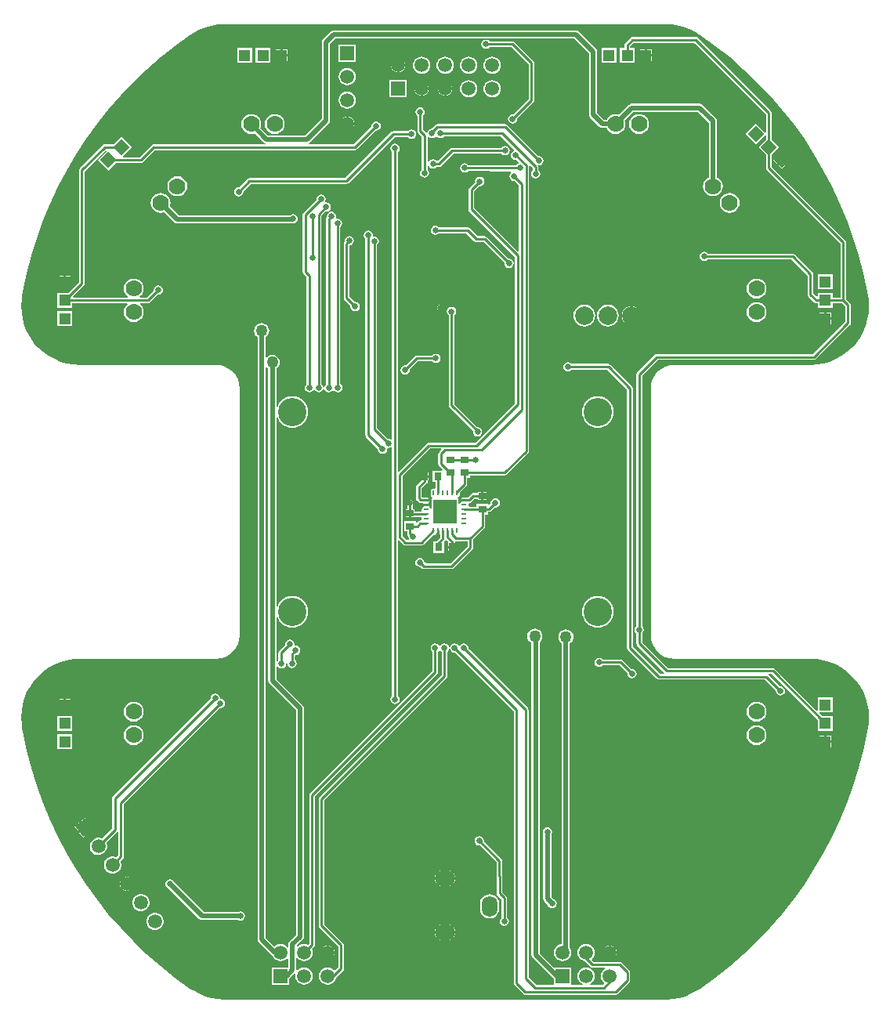
<source format=gbl>
%FSLAX25Y25*%
%MOIN*%
G70*
G01*
G75*
G04 Layer_Physical_Order=2*
G04 Layer_Color=12156969*
%ADD10R,0.10236X0.04331*%
%ADD11R,0.06299X0.11811*%
%ADD12R,0.04921X0.21654*%
%ADD13R,0.07480X0.09449*%
%ADD14R,0.03543X0.03150*%
%ADD15O,0.06693X0.01378*%
%ADD16R,0.03150X0.03543*%
G04:AMPARAMS|DCode=17|XSize=35.43mil|YSize=31.5mil|CornerRadius=0mil|HoleSize=0mil|Usage=FLASHONLY|Rotation=315.000|XOffset=0mil|YOffset=0mil|HoleType=Round|Shape=Rectangle|*
%AMROTATEDRECTD17*
4,1,4,-0.02366,0.00139,-0.00139,0.02366,0.02366,-0.00139,0.00139,-0.02366,-0.02366,0.00139,0.0*
%
%ADD17ROTATEDRECTD17*%

G04:AMPARAMS|DCode=18|XSize=35.43mil|YSize=31.5mil|CornerRadius=0mil|HoleSize=0mil|Usage=FLASHONLY|Rotation=225.000|XOffset=0mil|YOffset=0mil|HoleType=Round|Shape=Rectangle|*
%AMROTATEDRECTD18*
4,1,4,0.00139,0.02366,0.02366,0.00139,-0.00139,-0.02366,-0.02366,-0.00139,0.00139,0.02366,0.0*
%
%ADD18ROTATEDRECTD18*%

%ADD19R,0.09055X0.09055*%
%ADD20R,0.22441X0.06693*%
%ADD21O,0.06890X0.01181*%
%ADD22O,0.01181X0.06890*%
%ADD23R,0.03937X0.03937*%
%ADD24R,0.03150X0.01575*%
%ADD25R,0.01575X0.03150*%
G04:AMPARAMS|DCode=26|XSize=15.75mil|YSize=31.5mil|CornerRadius=0mil|HoleSize=0mil|Usage=FLASHONLY|Rotation=225.000|XOffset=0mil|YOffset=0mil|HoleType=Round|Shape=Rectangle|*
%AMROTATEDRECTD26*
4,1,4,-0.00557,0.01670,0.01670,-0.00557,0.00557,-0.01670,-0.01670,0.00557,-0.00557,0.01670,0.0*
%
%ADD26ROTATEDRECTD26*%

G04:AMPARAMS|DCode=27|XSize=15.75mil|YSize=31.5mil|CornerRadius=0mil|HoleSize=0mil|Usage=FLASHONLY|Rotation=135.000|XOffset=0mil|YOffset=0mil|HoleType=Round|Shape=Rectangle|*
%AMROTATEDRECTD27*
4,1,4,0.01670,0.00557,-0.00557,-0.01670,-0.01670,-0.00557,0.00557,0.01670,0.01670,0.00557,0.0*
%
%ADD27ROTATEDRECTD27*%

%ADD28R,0.09843X0.06693*%
%ADD29R,0.02756X0.03937*%
%ADD30R,0.05118X0.06299*%
%ADD31R,0.12992X0.06299*%
%ADD32R,0.05906X0.03937*%
%ADD33O,0.08661X0.02362*%
%ADD34O,0.07480X0.02362*%
%ADD35C,0.02000*%
%ADD36C,0.01000*%
%ADD37C,0.04000*%
%ADD38C,0.00700*%
%ADD39C,0.07874*%
%ADD40C,0.07000*%
%ADD41P,0.06960X4X180.0*%
%ADD42P,0.08352X4X352.0*%
%ADD43C,0.05906*%
%ADD44R,0.05906X0.05906*%
%ADD45R,0.05906X0.05906*%
%ADD46R,0.04921X0.04921*%
%ADD47R,0.04921X0.04921*%
%ADD48P,0.06960X4X270.0*%
%ADD49O,0.08858X0.06693*%
%ADD50O,0.06693X0.08858*%
%ADD51C,0.12000*%
%ADD52C,0.02500*%
%ADD53C,0.05000*%
%ADD54O,0.00984X0.02559*%
%ADD55O,0.02559X0.00984*%
%ADD56R,0.09843X0.09843*%
G36*
X96697Y207381D02*
X99466Y206910D01*
X102164Y206133D01*
X104758Y205059D01*
X107215Y203700D01*
X107930Y203193D01*
D01*
Y203193D01*
D01*
D01*
D01*
Y203193D01*
D01*
D01*
X107930Y203193D01*
X107927Y203188D01*
X107930Y203193D01*
D01*
X107930D01*
Y203193D01*
D01*
D01*
X107943Y203213D01*
X108598Y202786D01*
X114975Y198198D01*
X121133Y193321D01*
X127058Y188164D01*
X132740Y182739D01*
X138165Y177058D01*
X143321Y171132D01*
X148199Y164974D01*
X152787Y158598D01*
X157075Y152016D01*
X161055Y145244D01*
X164718Y138295D01*
X168056Y131184D01*
X171062Y123926D01*
X173730Y116538D01*
X176054Y109034D01*
X178028Y101431D01*
X179650Y93745D01*
X179965Y91811D01*
X179954Y91809D01*
X179954Y91809D01*
X180210Y90302D01*
X180368Y87499D01*
X180210Y84695D01*
X179740Y81927D01*
X178962Y79229D01*
X177888Y76635D01*
X176530Y74177D01*
X174905Y71887D01*
X173034Y69793D01*
X170940Y67922D01*
X168650Y66297D01*
X166192Y64939D01*
X163598Y63865D01*
X160900Y63087D01*
X158132Y62617D01*
X155368Y62462D01*
X155328Y62499D01*
Y62499D01*
X155328Y62499D01*
X97500Y62547D01*
X95539Y62354D01*
X93654Y61782D01*
X91917Y60854D01*
X90394Y59604D01*
X89145Y58081D01*
X88216Y56344D01*
X87644Y54459D01*
X87451Y52499D01*
X87451D01*
X87499Y52451D01*
X87451Y-52501D01*
X87644Y-54461D01*
X88216Y-56346D01*
X89145Y-58084D01*
X90394Y-59606D01*
X91917Y-60856D01*
X93654Y-61785D01*
X95539Y-62357D01*
X97500Y-62550D01*
Y-62501D01*
X155328Y-62462D01*
X158132Y-62619D01*
X160900Y-63090D01*
X163598Y-63867D01*
X166192Y-64941D01*
X168650Y-66300D01*
X170940Y-67925D01*
X173034Y-69796D01*
X174905Y-71889D01*
X176530Y-74179D01*
X177888Y-76637D01*
X178962Y-79231D01*
X179740Y-81929D01*
X180210Y-84698D01*
X180368Y-87501D01*
X180210Y-90305D01*
X179954Y-91812D01*
X179954Y-91812D01*
X179965Y-91813D01*
X179650Y-93747D01*
X178028Y-101433D01*
X176054Y-109036D01*
X173730Y-116540D01*
X171062Y-123929D01*
X168056Y-131186D01*
X164718Y-138297D01*
X161055Y-145246D01*
X157075Y-152018D01*
X152787Y-158600D01*
X148199Y-164976D01*
X143321Y-171134D01*
X138165Y-177060D01*
X132740Y-182741D01*
X127058Y-188166D01*
X121133Y-193323D01*
X114975Y-198200D01*
X108598Y-202788D01*
X107945Y-203214D01*
X107930Y-203195D01*
D01*
D01*
D01*
D01*
D01*
Y-203195D01*
X107930Y-203195D01*
Y-203195D01*
Y-203195D01*
X107927Y-203191D01*
X107930Y-203196D01*
D01*
D01*
Y-203196D01*
X107930D01*
D01*
D01*
X107930D01*
D01*
Y-203196D01*
X107215Y-203703D01*
X104758Y-205061D01*
X102164Y-206135D01*
X99466Y-206913D01*
X96697Y-207383D01*
X94595Y-207501D01*
X93894Y-207501D01*
Y-207501D01*
X-93894Y-207540D01*
X-93894D01*
X-96698Y-207383D01*
X-99466Y-206913D01*
X-102164Y-206135D01*
X-104759Y-205061D01*
X-107216Y-203703D01*
X-107931Y-203195D01*
X-107944Y-203215D01*
X-108599Y-202788D01*
X-114976Y-198200D01*
X-121133Y-193323D01*
X-127059Y-188166D01*
X-132741Y-182741D01*
X-138165Y-177060D01*
X-143322Y-171134D01*
X-148200Y-164976D01*
X-152787Y-158600D01*
X-157076Y-152018D01*
X-161056Y-145246D01*
X-164719Y-138297D01*
X-168057Y-131186D01*
X-171063Y-123929D01*
X-173731Y-116540D01*
X-176054Y-109036D01*
X-178029Y-101433D01*
X-179650Y-93747D01*
X-179966Y-91813D01*
X-179955Y-91812D01*
X-179955Y-91812D01*
X-180211Y-90305D01*
X-180368Y-87501D01*
X-180211Y-84698D01*
X-179741Y-81929D01*
X-178963Y-79231D01*
X-177889Y-76637D01*
X-176530Y-74179D01*
X-174906Y-71889D01*
X-173034Y-69796D01*
X-170941Y-67925D01*
X-168651Y-66300D01*
X-166193Y-64941D01*
X-163599Y-63867D01*
X-160901Y-63090D01*
X-158132Y-62619D01*
X-155368Y-62464D01*
X-155329Y-62501D01*
Y-62501D01*
X-155329Y-62501D01*
X-97500Y-62550D01*
X-95540Y-62357D01*
X-93655Y-61785D01*
X-91918Y-60856D01*
X-90395Y-59606D01*
X-89145Y-58084D01*
X-88217Y-56346D01*
X-87645Y-54461D01*
X-87452Y-52501D01*
X-87452D01*
X-87500Y-52453D01*
X-87452Y52499D01*
X-87645Y54459D01*
X-88217Y56344D01*
X-89145Y58081D01*
X-90395Y59604D01*
X-91918Y60854D01*
X-93655Y61782D01*
X-95540Y62354D01*
X-97500Y62547D01*
Y62499D01*
X-155329Y62459D01*
X-158132Y62617D01*
X-160901Y63087D01*
X-163599Y63865D01*
X-166193Y64939D01*
X-168651Y66297D01*
X-170941Y67922D01*
X-173034Y69793D01*
X-174906Y71887D01*
X-176530Y74177D01*
X-177889Y76635D01*
X-178963Y79229D01*
X-179741Y81927D01*
X-180211Y84695D01*
X-180368Y87499D01*
X-180211Y90302D01*
X-179955Y91809D01*
X-179955Y91809D01*
X-179966Y91811D01*
X-179650Y93745D01*
X-178029Y101431D01*
X-176054Y109034D01*
X-173731Y116538D01*
X-171063Y123926D01*
X-168057Y131184D01*
X-164719Y138295D01*
X-161056Y145244D01*
X-157076Y152016D01*
X-152787Y158598D01*
X-148200Y164974D01*
X-143322Y171132D01*
X-138165Y177058D01*
X-132741Y182739D01*
X-127059Y188164D01*
X-121133Y193321D01*
X-114976Y198198D01*
X-108599Y202786D01*
X-107944Y203213D01*
X-107931Y203193D01*
X-107216Y203700D01*
X-104759Y205059D01*
X-102164Y206133D01*
X-99466Y206910D01*
X-96698Y207381D01*
X-94596Y207499D01*
X-93894Y207499D01*
Y207499D01*
X93894Y207538D01*
X93894D01*
X96697Y207381D01*
D02*
G37*
%LPC*%
G36*
X-97859Y-77318D02*
X-98620Y-77470D01*
X-99265Y-77901D01*
X-99696Y-78546D01*
X-99847Y-79307D01*
X-99804Y-79522D01*
X-141334Y-121052D01*
X-141599Y-121449D01*
X-141692Y-121917D01*
Y-134773D01*
X-145950Y-139031D01*
X-146145Y-138921D01*
X-147076Y-138680D01*
X-148038Y-138688D01*
X-148965Y-138945D01*
X-149794Y-139433D01*
X-150468Y-140119D01*
X-150941Y-140956D01*
X-151182Y-141888D01*
X-151174Y-142849D01*
X-150917Y-143776D01*
X-150428Y-144605D01*
X-149742Y-145279D01*
X-148905Y-145753D01*
X-147974Y-145993D01*
X-147012Y-145985D01*
X-146086Y-145728D01*
X-145257Y-145240D01*
X-144583Y-144554D01*
X-144109Y-143717D01*
X-143868Y-142786D01*
X-143877Y-141824D01*
X-144134Y-140897D01*
X-144216Y-140758D01*
X-139604Y-136145D01*
X-139596Y-136133D01*
X-139117Y-136279D01*
Y-146203D01*
X-139928Y-147014D01*
X-140068Y-146932D01*
X-140994Y-146675D01*
X-141956Y-146666D01*
X-142887Y-146907D01*
X-143724Y-147381D01*
X-144410Y-148055D01*
X-144898Y-148883D01*
X-145155Y-149810D01*
X-145164Y-150772D01*
X-144923Y-151703D01*
X-144449Y-152540D01*
X-143775Y-153226D01*
X-142947Y-153714D01*
X-142020Y-153972D01*
X-141058Y-153980D01*
X-140127Y-153739D01*
X-139290Y-153265D01*
X-138604Y-152591D01*
X-138116Y-151763D01*
X-137859Y-150836D01*
X-137850Y-149874D01*
X-138091Y-148943D01*
X-138201Y-148748D01*
X-137029Y-147575D01*
X-136763Y-147178D01*
X-136670Y-146710D01*
Y-124374D01*
X-95811Y-83515D01*
X-95596Y-83558D01*
X-94835Y-83406D01*
X-94190Y-82975D01*
X-93759Y-82330D01*
X-93608Y-81569D01*
X-93759Y-80809D01*
X-94190Y-80164D01*
X-94835Y-79733D01*
X-95596Y-79581D01*
X-95871Y-79307D01*
X-96022Y-78546D01*
X-96453Y-77901D01*
X-97098Y-77470D01*
X-97859Y-77318D01*
D02*
G37*
G36*
X-162232Y-79665D02*
X-164193D01*
Y-81626D01*
X-162232D01*
Y-79665D01*
D02*
G37*
G36*
Y-82626D02*
X-164193D01*
Y-84587D01*
X-162232D01*
Y-82626D01*
D02*
G37*
G36*
X-159272D02*
X-161232D01*
Y-84587D01*
X-159272D01*
Y-82626D01*
D02*
G37*
G36*
X65000Y-35768D02*
X63687Y-35897D01*
X62424Y-36280D01*
X61260Y-36902D01*
X60239Y-37740D01*
X59402Y-38760D01*
X58780Y-39924D01*
X58397Y-41187D01*
X58268Y-42500D01*
X58397Y-43813D01*
X58780Y-45076D01*
X59402Y-46240D01*
X60239Y-47261D01*
X61260Y-48098D01*
X62424Y-48720D01*
X63687Y-49103D01*
X65000Y-49233D01*
X66313Y-49103D01*
X67576Y-48720D01*
X68740Y-48098D01*
X69761Y-47261D01*
X70598Y-46240D01*
X71220Y-45076D01*
X71603Y-43813D01*
X71732Y-42500D01*
X71603Y-41187D01*
X71220Y-39924D01*
X70598Y-38760D01*
X69761Y-37740D01*
X68740Y-36902D01*
X67576Y-36280D01*
X66313Y-35897D01*
X65000Y-35768D01*
D02*
G37*
G36*
X2354Y-15461D02*
X1280D01*
Y-16732D01*
X2354D01*
Y-15461D01*
D02*
G37*
G36*
X-159272Y-79665D02*
X-161232D01*
Y-81626D01*
X-159272D01*
Y-79665D01*
D02*
G37*
G36*
X65551Y-62087D02*
X64790Y-62238D01*
X64145Y-62669D01*
X63714Y-63314D01*
X63563Y-64075D01*
X63714Y-64836D01*
X64145Y-65481D01*
X64790Y-65912D01*
X65551Y-66063D01*
X66312Y-65912D01*
X66957Y-65481D01*
X67079Y-65298D01*
X74198D01*
X77582Y-68682D01*
X77539Y-68898D01*
X77691Y-69658D01*
X78122Y-70303D01*
X78767Y-70735D01*
X79528Y-70886D01*
X80288Y-70735D01*
X80933Y-70303D01*
X81364Y-69658D01*
X81516Y-68898D01*
X81364Y-68137D01*
X80933Y-67492D01*
X80288Y-67061D01*
X79528Y-66909D01*
X79312Y-66952D01*
X75570Y-63210D01*
X75173Y-62944D01*
X74705Y-62851D01*
X67079D01*
X66957Y-62669D01*
X66312Y-62238D01*
X65551Y-62087D01*
D02*
G37*
G36*
X132500Y-90764D02*
X131404Y-90908D01*
X130382Y-91331D01*
X129505Y-92005D01*
X128831Y-92882D01*
X128408Y-93904D01*
X128264Y-95000D01*
X128408Y-96096D01*
X128831Y-97118D01*
X129505Y-97996D01*
X130382Y-98669D01*
X131404Y-99092D01*
X132500Y-99236D01*
X133596Y-99092D01*
X134618Y-98669D01*
X135495Y-97996D01*
X136169Y-97118D01*
X136592Y-96096D01*
X136736Y-95000D01*
X136592Y-93904D01*
X136169Y-92882D01*
X135495Y-92005D01*
X134618Y-91331D01*
X133596Y-90908D01*
X132500Y-90764D01*
D02*
G37*
G36*
X161232Y-95413D02*
X159272D01*
Y-97374D01*
X161232D01*
Y-95413D01*
D02*
G37*
G36*
X164193Y-98374D02*
X162232D01*
Y-100335D01*
X164193D01*
Y-98374D01*
D02*
G37*
G36*
X-132500Y-90764D02*
X-133596Y-90908D01*
X-134618Y-91331D01*
X-135495Y-92005D01*
X-136169Y-92882D01*
X-136592Y-93904D01*
X-136736Y-95000D01*
X-136592Y-96096D01*
X-136169Y-97118D01*
X-135495Y-97996D01*
X-134618Y-98669D01*
X-133596Y-99092D01*
X-132500Y-99236D01*
X-131404Y-99092D01*
X-130382Y-98669D01*
X-129505Y-97996D01*
X-128831Y-97118D01*
X-128408Y-96096D01*
X-128264Y-95000D01*
X-128408Y-93904D01*
X-128831Y-92882D01*
X-129505Y-92005D01*
X-130382Y-91331D01*
X-131404Y-90908D01*
X-132500Y-90764D01*
D02*
G37*
G36*
Y-80764D02*
X-133596Y-80908D01*
X-134618Y-81331D01*
X-135495Y-82004D01*
X-136169Y-82882D01*
X-136592Y-83904D01*
X-136736Y-85000D01*
X-136592Y-86096D01*
X-136169Y-87118D01*
X-135495Y-87995D01*
X-134618Y-88669D01*
X-133596Y-89092D01*
X-132500Y-89236D01*
X-131404Y-89092D01*
X-130382Y-88669D01*
X-129505Y-87995D01*
X-128831Y-87118D01*
X-128408Y-86096D01*
X-128264Y-85000D01*
X-128408Y-83904D01*
X-128831Y-82882D01*
X-129505Y-82004D01*
X-130382Y-81331D01*
X-131404Y-80908D01*
X-132500Y-80764D01*
D02*
G37*
G36*
X132500D02*
X131404Y-80908D01*
X130382Y-81331D01*
X129505Y-82004D01*
X128831Y-82882D01*
X128408Y-83904D01*
X128264Y-85000D01*
X128408Y-86096D01*
X128831Y-87118D01*
X129505Y-87995D01*
X130382Y-88669D01*
X131404Y-89092D01*
X132500Y-89236D01*
X133596Y-89092D01*
X134618Y-88669D01*
X135495Y-87995D01*
X136169Y-87118D01*
X136592Y-86096D01*
X136736Y-85000D01*
X136592Y-83904D01*
X136169Y-82882D01*
X135495Y-82004D01*
X134618Y-81331D01*
X133596Y-80908D01*
X132500Y-80764D01*
D02*
G37*
G36*
X164193Y-95413D02*
X162232D01*
Y-97374D01*
X164193D01*
Y-95413D01*
D02*
G37*
G36*
X-158572Y-86839D02*
X-164893D01*
Y-93161D01*
X-158572D01*
Y-86839D01*
D02*
G37*
G36*
X4429Y-15461D02*
X3354D01*
Y-16732D01*
X4429D01*
Y-15461D01*
D02*
G37*
G36*
X78693Y83063D02*
X75288D01*
X75357Y82535D01*
X75754Y81577D01*
X76385Y80755D01*
X77207Y80124D01*
X78165Y79727D01*
X78693Y79658D01*
Y83063D01*
D02*
G37*
G36*
X83098D02*
X79693D01*
Y79658D01*
X80221Y79727D01*
X81178Y80124D01*
X82001Y80755D01*
X82632Y81577D01*
X83029Y82535D01*
X83098Y83063D01*
D02*
G37*
G36*
X69193Y88240D02*
X67982Y88081D01*
X66854Y87613D01*
X65886Y86870D01*
X65143Y85901D01*
X64675Y84773D01*
X64516Y83563D01*
X64675Y82353D01*
X65143Y81225D01*
X65886Y80256D01*
X66854Y79513D01*
X67982Y79045D01*
X69193Y78886D01*
X70403Y79045D01*
X71531Y79513D01*
X72500Y80256D01*
X73243Y81225D01*
X73711Y82353D01*
X73870Y83563D01*
X73711Y84773D01*
X73243Y85901D01*
X72500Y86870D01*
X71531Y87613D01*
X70403Y88081D01*
X69193Y88240D01*
D02*
G37*
G36*
X-158572Y85287D02*
X-164893D01*
Y78965D01*
X-158572D01*
Y85287D01*
D02*
G37*
G36*
X132500Y89236D02*
X131404Y89092D01*
X130382Y88669D01*
X129505Y87995D01*
X128831Y87118D01*
X128408Y86096D01*
X128264Y85000D01*
X128408Y83904D01*
X128831Y82882D01*
X129505Y82004D01*
X130382Y81331D01*
X131404Y80908D01*
X132500Y80764D01*
X133596Y80908D01*
X134618Y81331D01*
X135495Y82004D01*
X136169Y82882D01*
X136592Y83904D01*
X136736Y85000D01*
X136592Y86096D01*
X136169Y87118D01*
X135495Y87995D01*
X134618Y88669D01*
X133596Y89092D01*
X132500Y89236D01*
D02*
G37*
G36*
X161232Y84587D02*
X159272D01*
Y82626D01*
X161232D01*
Y84587D01*
D02*
G37*
G36*
Y81626D02*
X159272D01*
Y79665D01*
X161232D01*
Y81626D01*
D02*
G37*
G36*
X164193D02*
X162232D01*
Y79665D01*
X164193D01*
Y81626D01*
D02*
G37*
G36*
X2732Y87201D02*
X1971Y87049D01*
X1326Y86618D01*
X895Y85973D01*
X744Y85212D01*
X895Y84452D01*
X1326Y83807D01*
X1509Y83685D01*
Y45299D01*
X1602Y44831D01*
X1867Y44434D01*
X11867Y34434D01*
X11791Y34055D01*
X11943Y33294D01*
X12374Y32649D01*
X13019Y32218D01*
X13780Y32067D01*
X14540Y32218D01*
X15185Y32649D01*
X15616Y33294D01*
X15768Y34055D01*
X15616Y34816D01*
X15185Y35461D01*
X14540Y35892D01*
X13780Y36043D01*
X13729Y36033D01*
X3956Y45806D01*
Y83685D01*
X4138Y83807D01*
X4569Y84452D01*
X4720Y85212D01*
X4569Y85973D01*
X4138Y86618D01*
X3493Y87049D01*
X2732Y87201D01*
D02*
G37*
G36*
X-78098Y80248D02*
X-78933Y80138D01*
X-79712Y79816D01*
X-80380Y79303D01*
X-80893Y78634D01*
X-81215Y77856D01*
X-81325Y77020D01*
X-81215Y76185D01*
X-80893Y75407D01*
X-80380Y74738D01*
X-79831Y74317D01*
Y-181902D01*
X-79699Y-182566D01*
X-79323Y-183128D01*
X-73726Y-188726D01*
X-73339Y-188984D01*
X-73191Y-189342D01*
X-72605Y-190105D01*
X-71842Y-190691D01*
X-70954Y-191059D01*
X-70000Y-191184D01*
X-69046Y-191059D01*
X-68158Y-190691D01*
X-67395Y-190105D01*
X-67167Y-189809D01*
X-66694Y-189970D01*
Y-193847D01*
X-73653D01*
Y-201153D01*
X-66347D01*
Y-198774D01*
X-66274Y-198726D01*
X-64027Y-196479D01*
X-63579Y-196700D01*
X-63684Y-197500D01*
X-63559Y-198454D01*
X-63191Y-199342D01*
X-62605Y-200105D01*
X-61842Y-200691D01*
X-60954Y-201059D01*
X-60000Y-201184D01*
X-59047Y-201059D01*
X-58158Y-200691D01*
X-57395Y-200105D01*
X-56809Y-199342D01*
X-56441Y-198454D01*
X-56316Y-197500D01*
X-56441Y-196546D01*
X-56809Y-195658D01*
X-57395Y-194895D01*
X-58158Y-194309D01*
X-59047Y-193941D01*
X-60000Y-193816D01*
X-60954Y-193941D01*
X-61842Y-194309D01*
X-62605Y-194895D01*
X-62731Y-195059D01*
X-62994Y-195007D01*
X-63227Y-194928D01*
Y-190072D01*
X-62754Y-189911D01*
X-62605Y-190105D01*
X-61842Y-190691D01*
X-60954Y-191059D01*
X-60000Y-191184D01*
X-59047Y-191059D01*
X-58158Y-190691D01*
X-57395Y-190105D01*
X-56809Y-189342D01*
X-56441Y-188454D01*
X-56316Y-187500D01*
X-56441Y-186547D01*
X-56697Y-185928D01*
X-55759Y-184990D01*
X-55494Y-184593D01*
X-55401Y-184125D01*
Y-121009D01*
X-3367Y-68975D01*
X-3102Y-68578D01*
X-3009Y-68110D01*
Y-59500D01*
X-2826Y-59378D01*
X-2499Y-58888D01*
X-1999D01*
X-1671Y-59378D01*
X-1489Y-59500D01*
Y-69247D01*
X-53523Y-121281D01*
X-53788Y-121677D01*
X-53881Y-122146D01*
Y-175984D01*
X-53788Y-176453D01*
X-53523Y-176849D01*
X-45515Y-184857D01*
Y-193785D01*
X-46793Y-195062D01*
X-47291Y-195030D01*
X-47395Y-194895D01*
X-48158Y-194309D01*
X-49046Y-193941D01*
X-50000Y-193816D01*
X-50954Y-193941D01*
X-51842Y-194309D01*
X-52605Y-194895D01*
X-53191Y-195658D01*
X-53559Y-196546D01*
X-53684Y-197500D01*
X-53559Y-198454D01*
X-53191Y-199342D01*
X-52605Y-200105D01*
X-51842Y-200691D01*
X-50954Y-201059D01*
X-50483Y-201121D01*
X-50468Y-201130D01*
X-50000Y-201224D01*
X-49532Y-201130D01*
X-49517Y-201121D01*
X-49046Y-201059D01*
X-48158Y-200691D01*
X-47395Y-200105D01*
X-46809Y-199342D01*
X-46441Y-198454D01*
X-46399Y-198129D01*
X-43426Y-195157D01*
X-43161Y-194760D01*
X-43068Y-194291D01*
Y-184350D01*
X-43161Y-183882D01*
X-43426Y-183485D01*
X-51434Y-175478D01*
Y-122652D01*
X600Y-70619D01*
X865Y-70222D01*
X958Y-69753D01*
Y-59500D01*
X1141Y-59378D01*
X1572Y-58733D01*
X1642Y-58378D01*
X2142D01*
X2213Y-58733D01*
X2644Y-59378D01*
X3289Y-59809D01*
X4050Y-59961D01*
X4265Y-59918D01*
X29131Y-84784D01*
Y-200532D01*
X29224Y-201000D01*
X29489Y-201397D01*
X33190Y-205097D01*
X33587Y-205363D01*
X34055Y-205456D01*
X72539D01*
X73008Y-205363D01*
X73405Y-205097D01*
X78326Y-200176D01*
X78591Y-199779D01*
X78684Y-199311D01*
Y-195866D01*
X78591Y-195398D01*
X78326Y-195001D01*
X75176Y-191851D01*
X74779Y-191586D01*
X74311Y-191493D01*
X63223D01*
X62438Y-190708D01*
X62470Y-190209D01*
X62605Y-190105D01*
X63191Y-189342D01*
X63559Y-188454D01*
X63684Y-187500D01*
X63559Y-186547D01*
X63191Y-185658D01*
X62605Y-184895D01*
X61842Y-184309D01*
X60953Y-183941D01*
X60000Y-183816D01*
X59046Y-183941D01*
X58158Y-184309D01*
X57395Y-184895D01*
X56809Y-185658D01*
X56441Y-186547D01*
X56316Y-187500D01*
X56441Y-188454D01*
X56809Y-189342D01*
X57395Y-190105D01*
X58158Y-190691D01*
X59046Y-191059D01*
X59371Y-191102D01*
X61851Y-193582D01*
X62248Y-193847D01*
X62717Y-193940D01*
X67861D01*
X68022Y-194413D01*
X67395Y-194895D01*
X66809Y-195658D01*
X66441Y-196546D01*
X66316Y-197500D01*
X66441Y-198454D01*
X66809Y-199342D01*
X67395Y-200105D01*
X67529Y-200209D01*
X67562Y-200708D01*
X66961Y-201309D01*
X61632D01*
X61534Y-200818D01*
X61842Y-200691D01*
X62605Y-200105D01*
X63191Y-199342D01*
X63559Y-198454D01*
X63684Y-197500D01*
X63559Y-196546D01*
X63191Y-195658D01*
X62605Y-194895D01*
X61842Y-194309D01*
X60953Y-193941D01*
X60000Y-193816D01*
X59046Y-193941D01*
X58158Y-194309D01*
X57395Y-194895D01*
X56809Y-195658D01*
X56441Y-196546D01*
X56316Y-197500D01*
X56441Y-198454D01*
X56809Y-199342D01*
X57395Y-200105D01*
X58158Y-200691D01*
X58466Y-200818D01*
X58368Y-201309D01*
X53809D01*
X53653Y-201153D01*
X53653Y-200955D01*
X53653Y-200955D01*
X53653D01*
Y-193847D01*
X46347D01*
X46347Y-193847D01*
Y-193847D01*
X46313Y-193862D01*
X40218Y-187766D01*
Y-55430D01*
X40471Y-55235D01*
X40984Y-54567D01*
X41307Y-53788D01*
X41417Y-52953D01*
X41307Y-52117D01*
X40984Y-51339D01*
X40471Y-50670D01*
X39803Y-50158D01*
X39024Y-49835D01*
X38189Y-49725D01*
X37354Y-49835D01*
X36575Y-50158D01*
X35907Y-50670D01*
X35394Y-51339D01*
X35071Y-52117D01*
X34961Y-52953D01*
X35071Y-53788D01*
X35394Y-54567D01*
X35907Y-55235D01*
X36575Y-55748D01*
X36751Y-55821D01*
Y-188484D01*
X36883Y-189148D01*
X37259Y-189710D01*
X46274Y-198726D01*
X46347Y-198774D01*
Y-200955D01*
X46347Y-200955D01*
X46347D01*
X46347Y-201153D01*
X46191Y-201309D01*
X38866D01*
X35476Y-197918D01*
Y-84277D01*
X35382Y-83809D01*
X35117Y-83412D01*
X9893Y-58188D01*
X9935Y-57972D01*
X9784Y-57212D01*
X9353Y-56567D01*
X8708Y-56136D01*
X7947Y-55984D01*
X7186Y-56136D01*
X6541Y-56567D01*
X6248Y-57005D01*
X5748D01*
X5456Y-56567D01*
X4811Y-56136D01*
X4050Y-55984D01*
X3289Y-56136D01*
X2644Y-56567D01*
X2213Y-57212D01*
X2142Y-57567D01*
X1642D01*
X1572Y-57212D01*
X1141Y-56567D01*
X496Y-56136D01*
X-265Y-55984D01*
X-1026Y-56136D01*
X-1671Y-56567D01*
X-1999Y-57057D01*
X-2499D01*
X-2826Y-56567D01*
X-3471Y-56136D01*
X-4232Y-55984D01*
X-4993Y-56136D01*
X-5638Y-56567D01*
X-6069Y-57212D01*
X-6221Y-57972D01*
X-6069Y-58733D01*
X-5638Y-59378D01*
X-5456Y-59500D01*
Y-67603D01*
X-57490Y-119637D01*
X-57755Y-120034D01*
X-57848Y-120502D01*
Y-183618D01*
X-58428Y-184198D01*
X-59047Y-183941D01*
X-60000Y-183816D01*
X-60954Y-183941D01*
X-61842Y-184309D01*
X-62605Y-184895D01*
X-62754Y-185089D01*
X-62968Y-185016D01*
X-63082Y-184529D01*
X-60585Y-182033D01*
X-60210Y-181470D01*
X-60078Y-180807D01*
Y-83560D01*
X-60210Y-82897D01*
X-60585Y-82335D01*
X-71790Y-71130D01*
Y-65738D01*
X-71312Y-65593D01*
X-70992Y-66071D01*
X-70347Y-66502D01*
X-69587Y-66654D01*
X-68826Y-66502D01*
X-68181Y-66071D01*
X-67750Y-65426D01*
X-67602Y-64686D01*
X-67142D01*
Y-64686D01*
X-67102D01*
X-66994Y-65229D01*
X-66563Y-65874D01*
X-65918Y-66305D01*
X-65158Y-66457D01*
X-64397Y-66305D01*
X-63752Y-65874D01*
X-63321Y-65229D01*
X-63169Y-64468D01*
X-63321Y-63708D01*
X-63752Y-63063D01*
X-63934Y-62941D01*
Y-62499D01*
X-63618Y-60910D01*
X-62857Y-60758D01*
X-62212Y-60327D01*
X-61781Y-59682D01*
X-61630Y-58921D01*
X-61781Y-58161D01*
X-62212Y-57516D01*
X-62857Y-57085D01*
X-63618Y-56933D01*
X-63845Y-56979D01*
X-64199Y-56625D01*
X-64153Y-56398D01*
X-64305Y-55637D01*
X-64736Y-54992D01*
X-65381Y-54561D01*
X-66142Y-54409D01*
X-66903Y-54561D01*
X-67548Y-54992D01*
X-67979Y-55637D01*
X-68130Y-56398D01*
X-68087Y-56613D01*
X-70576Y-59102D01*
X-70841Y-59499D01*
X-70935Y-59967D01*
Y-63221D01*
X-70992Y-63260D01*
X-71312Y-63737D01*
X-71790Y-63592D01*
Y-44900D01*
X-71296Y-44827D01*
X-71220Y-45076D01*
X-70598Y-46240D01*
X-69761Y-47261D01*
X-68740Y-48098D01*
X-67576Y-48720D01*
X-66313Y-49103D01*
X-65000Y-49233D01*
X-63687Y-49103D01*
X-62424Y-48720D01*
X-61260Y-48098D01*
X-60239Y-47261D01*
X-59402Y-46240D01*
X-58780Y-45076D01*
X-58397Y-43813D01*
X-58268Y-42500D01*
X-58397Y-41187D01*
X-58780Y-39924D01*
X-59402Y-38760D01*
X-60239Y-37740D01*
X-61260Y-36902D01*
X-62424Y-36280D01*
X-63687Y-35897D01*
X-65000Y-35768D01*
X-66313Y-35897D01*
X-67576Y-36280D01*
X-68740Y-36902D01*
X-69761Y-37740D01*
X-70598Y-38760D01*
X-71220Y-39924D01*
X-71296Y-40173D01*
X-71790Y-40100D01*
Y40100D01*
X-71296Y40173D01*
X-71220Y39924D01*
X-70598Y38760D01*
X-69761Y37739D01*
X-68740Y36902D01*
X-67576Y36280D01*
X-66313Y35897D01*
X-65000Y35767D01*
X-63687Y35897D01*
X-62424Y36280D01*
X-61260Y36902D01*
X-60239Y37739D01*
X-59402Y38760D01*
X-58780Y39924D01*
X-58397Y41186D01*
X-58268Y42500D01*
X-58397Y43813D01*
X-58780Y45076D01*
X-59402Y46240D01*
X-60239Y47260D01*
X-61260Y48098D01*
X-62424Y48720D01*
X-63687Y49103D01*
X-65000Y49232D01*
X-66313Y49103D01*
X-67576Y48720D01*
X-68740Y48098D01*
X-69761Y47260D01*
X-70598Y46240D01*
X-71220Y45076D01*
X-71296Y44827D01*
X-71790Y44900D01*
Y60879D01*
X-71241Y61300D01*
X-70728Y61969D01*
X-70406Y62747D01*
X-70296Y63583D01*
X-70406Y64418D01*
X-70728Y65197D01*
X-71241Y65865D01*
X-71910Y66378D01*
X-72688Y66700D01*
X-73524Y66810D01*
X-74359Y66700D01*
X-75137Y66378D01*
X-75806Y65865D01*
X-75891Y65754D01*
X-76364Y65915D01*
Y74317D01*
X-75815Y74738D01*
X-75302Y75407D01*
X-74980Y76185D01*
X-74870Y77020D01*
X-74980Y77856D01*
X-75302Y78634D01*
X-75815Y79303D01*
X-76484Y79816D01*
X-77262Y80138D01*
X-78098Y80248D01*
D02*
G37*
G36*
X17618Y6193D02*
X16346D01*
Y5118D01*
X17618D01*
Y6193D01*
D02*
G37*
G36*
Y8268D02*
X16346D01*
Y7193D01*
X17618D01*
Y8268D01*
D02*
G37*
G36*
X-3937Y67244D02*
X-4698Y67093D01*
X-5343Y66662D01*
X-5465Y66479D01*
X-12106D01*
X-12574Y66386D01*
X-12971Y66121D01*
X-16813Y62280D01*
X-17028Y62323D01*
X-17788Y62172D01*
X-18433Y61740D01*
X-18864Y61095D01*
X-19016Y60335D01*
X-18864Y59574D01*
X-18433Y58929D01*
X-17788Y58498D01*
X-17028Y58346D01*
X-16267Y58498D01*
X-15622Y58929D01*
X-15191Y59574D01*
X-15039Y60335D01*
X-15082Y60550D01*
X-11599Y64032D01*
X-5465D01*
X-5343Y63850D01*
X-4698Y63419D01*
X-3937Y63268D01*
X-3176Y63419D01*
X-2531Y63850D01*
X-2100Y64495D01*
X-1949Y65256D01*
X-2100Y66017D01*
X-2531Y66662D01*
X-3176Y67093D01*
X-3937Y67244D01*
D02*
G37*
G36*
X59193Y88240D02*
X57982Y88081D01*
X56854Y87613D01*
X55886Y86870D01*
X55142Y85901D01*
X54675Y84773D01*
X54516Y83563D01*
X54675Y82353D01*
X55142Y81225D01*
X55886Y80256D01*
X56854Y79513D01*
X57982Y79045D01*
X59193Y78886D01*
X60403Y79045D01*
X61531Y79513D01*
X62500Y80256D01*
X63243Y81225D01*
X63711Y82353D01*
X63870Y83563D01*
X63711Y84773D01*
X63243Y85901D01*
X62500Y86870D01*
X61531Y87613D01*
X60403Y88081D01*
X59193Y88240D01*
D02*
G37*
G36*
X65000Y49232D02*
X63687Y49103D01*
X62424Y48720D01*
X61260Y48098D01*
X60239Y47260D01*
X59402Y46240D01*
X58780Y45076D01*
X58397Y43813D01*
X58268Y42500D01*
X58397Y41186D01*
X58780Y39924D01*
X59402Y38760D01*
X60239Y37739D01*
X61260Y36902D01*
X62424Y36280D01*
X63687Y35897D01*
X65000Y35767D01*
X66313Y35897D01*
X67576Y36280D01*
X68740Y36902D01*
X69761Y37739D01*
X70598Y38760D01*
X71220Y39924D01*
X71603Y41186D01*
X71732Y42500D01*
X71603Y43813D01*
X71220Y45076D01*
X70598Y46240D01*
X69761Y47260D01*
X68740Y48098D01*
X67576Y48720D01*
X66313Y49103D01*
X65000Y49232D01*
D02*
G37*
G36*
X-52787Y135028D02*
X-53548Y134877D01*
X-54193Y134446D01*
X-54624Y133801D01*
X-54775Y133040D01*
X-54732Y132825D01*
X-60205Y127352D01*
X-60470Y126955D01*
X-60563Y126487D01*
Y101938D01*
X-60470Y101470D01*
X-60205Y101073D01*
X-58974Y99842D01*
Y54284D01*
X-59156Y54162D01*
X-59587Y53517D01*
X-59739Y52756D01*
X-59587Y51995D01*
X-59156Y51350D01*
X-58511Y50919D01*
X-57750Y50768D01*
X-56990Y50919D01*
X-56344Y51350D01*
X-56017Y51840D01*
X-55517D01*
X-55189Y51350D01*
X-54544Y50919D01*
X-53783Y50768D01*
X-53022Y50919D01*
X-52377Y51350D01*
X-51947Y51995D01*
X-51876Y52350D01*
X-51376D01*
X-51305Y51995D01*
X-50874Y51350D01*
X-50229Y50919D01*
X-49468Y50768D01*
X-48708Y50919D01*
X-48062Y51350D01*
X-47770Y51788D01*
X-47270D01*
X-46977Y51350D01*
X-46332Y50919D01*
X-45571Y50768D01*
X-44810Y50919D01*
X-44165Y51350D01*
X-43734Y51995D01*
X-43583Y52756D01*
X-43734Y53517D01*
X-44165Y54162D01*
X-44643Y54481D01*
Y121209D01*
X-44460Y121330D01*
X-44029Y121975D01*
X-43878Y122736D01*
X-44029Y123497D01*
X-44460Y124142D01*
X-45105Y124573D01*
X-45866Y124724D01*
X-46050Y124688D01*
X-46445Y124952D01*
X-46513Y125020D01*
X-46365Y125761D01*
X-46517Y126522D01*
X-46948Y127166D01*
X-47593Y127597D01*
X-48353Y127749D01*
X-49114Y127597D01*
X-49759Y127166D01*
X-50190Y126522D01*
X-50342Y125761D01*
X-50299Y125546D01*
X-50333Y125511D01*
X-50599Y125114D01*
X-50692Y124646D01*
Y54284D01*
X-50874Y54162D01*
X-51305Y53517D01*
X-51376Y53162D01*
X-51876D01*
X-51947Y53517D01*
X-52377Y54162D01*
X-52560Y54284D01*
Y125926D01*
X-50810Y127676D01*
X-50595Y127634D01*
X-49834Y127785D01*
X-49189Y128216D01*
X-48758Y128861D01*
X-48607Y129622D01*
X-48758Y130383D01*
X-49189Y131027D01*
X-49834Y131458D01*
X-50595Y131610D01*
X-50879Y131553D01*
X-51157Y131969D01*
X-50950Y132279D01*
X-50799Y133040D01*
X-50950Y133801D01*
X-51381Y134446D01*
X-52026Y134877D01*
X-52787Y135028D01*
D02*
G37*
G36*
X4392Y-179335D02*
X500D01*
Y-182210D01*
X1083D01*
X1956Y-182095D01*
X2770Y-181758D01*
X3469Y-181221D01*
X4006Y-180522D01*
X4343Y-179708D01*
X4392Y-179335D01*
D02*
G37*
G36*
X-500Y-175459D02*
X-1083D01*
X-1956Y-175574D01*
X-2770Y-175911D01*
X-3469Y-176448D01*
X-4006Y-177147D01*
X-4343Y-177961D01*
X-4392Y-178335D01*
X-500D01*
Y-175459D01*
D02*
G37*
G36*
X70500Y-184588D02*
Y-187000D01*
X72912D01*
X72877Y-186729D01*
X72579Y-186011D01*
X72106Y-185394D01*
X71489Y-184921D01*
X70771Y-184623D01*
X70500Y-184588D01*
D02*
G37*
G36*
X-500Y-179335D02*
X-4392D01*
X-4343Y-179708D01*
X-4006Y-180522D01*
X-3469Y-181221D01*
X-2770Y-181758D01*
X-1956Y-182095D01*
X-1083Y-182210D01*
X-500D01*
Y-179335D01*
D02*
G37*
G36*
X14469Y-137972D02*
X13708Y-138124D01*
X13063Y-138555D01*
X12632Y-139200D01*
X12480Y-139961D01*
X12632Y-140721D01*
X13063Y-141367D01*
X13708Y-141797D01*
X14469Y-141949D01*
X14684Y-141906D01*
X21818Y-149041D01*
Y-154941D01*
X21906Y-155383D01*
Y-162303D01*
X22000Y-162771D01*
X22265Y-163168D01*
X23973Y-164877D01*
Y-172685D01*
X23791Y-172807D01*
X23360Y-173452D01*
X23209Y-174213D01*
X23360Y-174973D01*
X23791Y-175619D01*
X24436Y-176049D01*
X25197Y-176201D01*
X25958Y-176049D01*
X26603Y-175619D01*
X27034Y-174973D01*
X27185Y-174213D01*
X27034Y-173452D01*
X26603Y-172807D01*
X26420Y-172685D01*
Y-164370D01*
X26327Y-163902D01*
X26062Y-163505D01*
X24353Y-161796D01*
Y-155029D01*
X24266Y-154587D01*
Y-148534D01*
X24172Y-148066D01*
X23907Y-147669D01*
X16414Y-140176D01*
X16457Y-139961D01*
X16305Y-139200D01*
X15874Y-138555D01*
X15229Y-138124D01*
X14469Y-137972D01*
D02*
G37*
G36*
X-117077Y-156329D02*
X-117838Y-156480D01*
X-118483Y-156911D01*
X-118914Y-157556D01*
X-119065Y-158317D01*
X-118914Y-159078D01*
X-118483Y-159723D01*
X-117838Y-160154D01*
X-117655Y-160190D01*
X-104671Y-173175D01*
X-104108Y-173550D01*
X-103445Y-173682D01*
X-88121D01*
X-87966Y-173786D01*
X-87205Y-173937D01*
X-86444Y-173786D01*
X-85799Y-173355D01*
X-85368Y-172710D01*
X-85216Y-171949D01*
X-85368Y-171188D01*
X-85799Y-170543D01*
X-86444Y-170112D01*
X-87205Y-169961D01*
X-87966Y-170112D01*
X-88121Y-170215D01*
X-102727D01*
X-115203Y-157739D01*
X-115240Y-157556D01*
X-115671Y-156911D01*
X-116316Y-156480D01*
X-117077Y-156329D01*
D02*
G37*
G36*
X1083Y-175459D02*
X500D01*
Y-178335D01*
X4392D01*
X4343Y-177961D01*
X4006Y-177147D01*
X3469Y-176448D01*
X2770Y-175911D01*
X1956Y-175574D01*
X1083Y-175459D01*
D02*
G37*
G36*
X-123902Y-170625D02*
X-124833Y-170866D01*
X-125670Y-171340D01*
X-126356Y-172014D01*
X-126844Y-172843D01*
X-127101Y-173769D01*
X-127109Y-174731D01*
X-126869Y-175662D01*
X-126395Y-176499D01*
X-125721Y-177185D01*
X-124892Y-177674D01*
X-123965Y-177931D01*
X-123004Y-177939D01*
X-122073Y-177698D01*
X-121235Y-177225D01*
X-120549Y-176550D01*
X-120061Y-175722D01*
X-119804Y-174795D01*
X-119796Y-173833D01*
X-120037Y-172902D01*
X-120510Y-172065D01*
X-121184Y-171379D01*
X-122013Y-170891D01*
X-122940Y-170634D01*
X-123902Y-170625D01*
D02*
G37*
G36*
X-47088Y-188000D02*
X-49500D01*
Y-190412D01*
X-49229Y-190377D01*
X-48511Y-190079D01*
X-47894Y-189606D01*
X-47421Y-188989D01*
X-47123Y-188271D01*
X-47088Y-188000D01*
D02*
G37*
G36*
X69500D02*
X67088D01*
X67123Y-188271D01*
X67421Y-188989D01*
X67894Y-189606D01*
X68511Y-190079D01*
X69229Y-190377D01*
X69500Y-190412D01*
Y-188000D01*
D02*
G37*
G36*
X51378Y-50020D02*
X50543Y-50130D01*
X49764Y-50453D01*
X49096Y-50966D01*
X48583Y-51634D01*
X48260Y-52413D01*
X48150Y-53248D01*
X48260Y-54083D01*
X48583Y-54862D01*
X49096Y-55530D01*
X49645Y-55951D01*
Y-183863D01*
X49046Y-183941D01*
X48158Y-184309D01*
X47395Y-184895D01*
X46809Y-185658D01*
X46441Y-186547D01*
X46316Y-187500D01*
X46441Y-188454D01*
X46809Y-189342D01*
X47395Y-190105D01*
X48158Y-190691D01*
X49046Y-191059D01*
X50000Y-191184D01*
X50954Y-191059D01*
X51842Y-190691D01*
X52605Y-190105D01*
X53191Y-189342D01*
X53559Y-188454D01*
X53684Y-187500D01*
X53559Y-186547D01*
X53191Y-185658D01*
X53111Y-185554D01*
Y-55951D01*
X53660Y-55530D01*
X54173Y-54862D01*
X54496Y-54083D01*
X54606Y-53248D01*
X54496Y-52413D01*
X54173Y-51634D01*
X53660Y-50966D01*
X52992Y-50453D01*
X52213Y-50130D01*
X51378Y-50020D01*
D02*
G37*
G36*
X-50500Y-188000D02*
X-52912D01*
X-52877Y-188271D01*
X-52579Y-188989D01*
X-52106Y-189606D01*
X-51489Y-190079D01*
X-50771Y-190377D01*
X-50500Y-190412D01*
Y-188000D01*
D02*
G37*
G36*
X-49500Y-184588D02*
Y-187000D01*
X-47088D01*
X-47123Y-186729D01*
X-47421Y-186011D01*
X-47894Y-185394D01*
X-48511Y-184921D01*
X-49229Y-184623D01*
X-49500Y-184588D01*
D02*
G37*
G36*
X69500D02*
X69229Y-184623D01*
X68511Y-184921D01*
X67894Y-185394D01*
X67421Y-186011D01*
X67123Y-186729D01*
X67088Y-187000D01*
X69500D01*
Y-184588D01*
D02*
G37*
G36*
X72912Y-188000D02*
X70500D01*
Y-190412D01*
X70771Y-190377D01*
X71489Y-190079D01*
X72106Y-189606D01*
X72579Y-188989D01*
X72877Y-188271D01*
X72912Y-188000D01*
D02*
G37*
G36*
X-50500Y-184588D02*
X-50771Y-184623D01*
X-51489Y-184921D01*
X-52106Y-185394D01*
X-52579Y-186011D01*
X-52877Y-186729D01*
X-52912Y-187000D01*
X-50500D01*
Y-184588D01*
D02*
G37*
G36*
X18898Y-162647D02*
X17841Y-162786D01*
X16857Y-163194D01*
X16012Y-163842D01*
X15363Y-164688D01*
X14955Y-165672D01*
X14816Y-166728D01*
Y-168894D01*
X14955Y-169950D01*
X15363Y-170934D01*
X16012Y-171780D01*
X16857Y-172428D01*
X17841Y-172836D01*
X18898Y-172975D01*
X19954Y-172836D01*
X20938Y-172428D01*
X21783Y-171780D01*
X22432Y-170934D01*
X22840Y-169950D01*
X22979Y-168894D01*
Y-166728D01*
X22840Y-165672D01*
X22432Y-164688D01*
X21783Y-163842D01*
X20938Y-163194D01*
X19954Y-162786D01*
X18898Y-162647D01*
D02*
G37*
G36*
X-153642Y-135051D02*
X-155601Y-136527D01*
X-154124Y-138486D01*
X-152165Y-137010D01*
X-153642Y-135051D01*
D02*
G37*
G36*
X-150884Y-132973D02*
X-152843Y-134449D01*
X-151367Y-136408D01*
X-149408Y-134932D01*
X-150884Y-132973D01*
D02*
G37*
G36*
X-500Y-152625D02*
X-1083D01*
X-1956Y-152740D01*
X-2770Y-153077D01*
X-3469Y-153613D01*
X-4006Y-154312D01*
X-4343Y-155126D01*
X-4392Y-155500D01*
X-500D01*
Y-152625D01*
D02*
G37*
G36*
X1083D02*
X500D01*
Y-155500D01*
X4392D01*
X4343Y-155126D01*
X4006Y-154312D01*
X3469Y-153613D01*
X2770Y-153077D01*
X1956Y-152740D01*
X1083Y-152625D01*
D02*
G37*
G36*
X-158572Y-94713D02*
X-164893D01*
Y-101035D01*
X-158572D01*
Y-94713D01*
D02*
G37*
G36*
X161232Y-98374D02*
X159272D01*
Y-100335D01*
X161232D01*
Y-98374D01*
D02*
G37*
G36*
X-155720Y-132293D02*
X-157678Y-133769D01*
X-156202Y-135728D01*
X-154244Y-134252D01*
X-155720Y-132293D01*
D02*
G37*
G36*
X-152962Y-130215D02*
X-154921Y-131691D01*
X-153445Y-133650D01*
X-151486Y-132174D01*
X-152962Y-130215D01*
D02*
G37*
G36*
X-135587Y-159010D02*
X-137514Y-160461D01*
X-137322Y-160656D01*
X-136653Y-161051D01*
X-135903Y-161259D01*
X-135126Y-161266D01*
X-134373Y-161071D01*
X-134135Y-160936D01*
X-135587Y-159010D01*
D02*
G37*
G36*
X-132862Y-156956D02*
X-134789Y-158408D01*
X-133337Y-160335D01*
X-133142Y-160143D01*
X-132747Y-159473D01*
X-132540Y-158724D01*
X-132533Y-157947D01*
X-132728Y-157194D01*
X-132862Y-156956D01*
D02*
G37*
G36*
X-129920Y-162639D02*
X-130851Y-162880D01*
X-131688Y-163354D01*
X-132374Y-164028D01*
X-132862Y-164856D01*
X-133119Y-165783D01*
X-133127Y-166745D01*
X-132887Y-167676D01*
X-132413Y-168513D01*
X-131739Y-169199D01*
X-130910Y-169687D01*
X-129983Y-169944D01*
X-129022Y-169953D01*
X-128091Y-169712D01*
X-127253Y-169238D01*
X-126567Y-168564D01*
X-126079Y-167735D01*
X-125822Y-166809D01*
X-125814Y-165847D01*
X-126055Y-164916D01*
X-126528Y-164079D01*
X-127202Y-163393D01*
X-128031Y-162905D01*
X-128958Y-162647D01*
X-129920Y-162639D01*
D02*
G37*
G36*
X43504Y-134232D02*
X42743Y-134384D01*
X42098Y-134815D01*
X41667Y-135460D01*
X41516Y-136221D01*
X41667Y-136981D01*
X41771Y-137136D01*
Y-164665D01*
X41903Y-165329D01*
X42278Y-165891D01*
X43698Y-167310D01*
X43734Y-167493D01*
X44165Y-168138D01*
X44810Y-168569D01*
X45571Y-168720D01*
X46332Y-168569D01*
X46977Y-168138D01*
X47408Y-167493D01*
X47559Y-166732D01*
X47408Y-165971D01*
X46977Y-165326D01*
X46332Y-164895D01*
X46149Y-164859D01*
X45237Y-163947D01*
Y-137136D01*
X45341Y-136981D01*
X45492Y-136221D01*
X45341Y-135460D01*
X44910Y-134815D01*
X44265Y-134384D01*
X43504Y-134232D01*
D02*
G37*
G36*
X4392Y-156500D02*
X500D01*
Y-159375D01*
X1083D01*
X1956Y-159260D01*
X2770Y-158923D01*
X3469Y-158387D01*
X4006Y-157688D01*
X4343Y-156874D01*
X4392Y-156500D01*
D02*
G37*
G36*
X-135852Y-155353D02*
X-136604Y-155548D01*
X-136842Y-155683D01*
X-135390Y-157609D01*
X-133464Y-156157D01*
X-133655Y-155963D01*
X-134325Y-155568D01*
X-135074Y-155360D01*
X-135852Y-155353D01*
D02*
G37*
G36*
X-137641Y-156284D02*
X-137836Y-156476D01*
X-138230Y-157146D01*
X-138438Y-157895D01*
X-138445Y-158672D01*
X-138250Y-159425D01*
X-138116Y-159663D01*
X-136189Y-158211D01*
X-137641Y-156284D01*
D02*
G37*
G36*
X-500Y-156500D02*
X-4392D01*
X-4343Y-156874D01*
X-4006Y-157688D01*
X-3469Y-158387D01*
X-2770Y-158923D01*
X-1956Y-159260D01*
X-1083Y-159375D01*
X-500D01*
Y-156500D01*
D02*
G37*
G36*
X164193Y84587D02*
X162232D01*
Y82626D01*
X164193D01*
Y84587D01*
D02*
G37*
G36*
X-9500Y182912D02*
Y180500D01*
X-7088D01*
X-7123Y180771D01*
X-7421Y181489D01*
X-7894Y182106D01*
X-8511Y182579D01*
X-9229Y182877D01*
X-9500Y182912D01*
D02*
G37*
G36*
X-500D02*
X-771Y182877D01*
X-1489Y182579D01*
X-2106Y182106D01*
X-2579Y181489D01*
X-2877Y180771D01*
X-2912Y180500D01*
X-500D01*
Y182912D01*
D02*
G37*
G36*
X2912Y179500D02*
X500D01*
Y177088D01*
X771Y177123D01*
X1489Y177421D01*
X2106Y177894D01*
X2579Y178511D01*
X2877Y179229D01*
X2912Y179500D01*
D02*
G37*
G36*
X-10500Y182912D02*
X-10771Y182877D01*
X-11489Y182579D01*
X-12106Y182106D01*
X-12579Y181489D01*
X-12877Y180771D01*
X-12912Y180500D01*
X-10500D01*
Y182912D01*
D02*
G37*
G36*
X-10000Y193684D02*
X-10954Y193559D01*
X-11842Y193191D01*
X-12605Y192605D01*
X-13191Y191842D01*
X-13559Y190954D01*
X-13684Y190000D01*
X-13559Y189046D01*
X-13191Y188158D01*
X-12605Y187395D01*
X-11842Y186809D01*
X-10954Y186441D01*
X-10000Y186316D01*
X-9047Y186441D01*
X-8158Y186809D01*
X-7395Y187395D01*
X-6809Y188158D01*
X-6441Y189046D01*
X-6316Y190000D01*
X-6441Y190954D01*
X-6809Y191842D01*
X-7395Y192605D01*
X-8158Y193191D01*
X-9047Y193559D01*
X-10000Y193684D01*
D02*
G37*
G36*
X-0D02*
X-954Y193559D01*
X-1842Y193191D01*
X-2605Y192605D01*
X-3191Y191842D01*
X-3559Y190954D01*
X-3684Y190000D01*
X-3559Y189046D01*
X-3191Y188158D01*
X-2605Y187395D01*
X-1842Y186809D01*
X-954Y186441D01*
X-0Y186316D01*
X953Y186441D01*
X1842Y186809D01*
X2605Y187395D01*
X3191Y188158D01*
X3559Y189046D01*
X3684Y190000D01*
X3559Y190954D01*
X3191Y191842D01*
X2605Y192605D01*
X1842Y193191D01*
X953Y193559D01*
X-0Y193684D01*
D02*
G37*
G36*
X500Y182912D02*
Y180500D01*
X2912D01*
X2877Y180771D01*
X2579Y181489D01*
X2106Y182106D01*
X1489Y182579D01*
X771Y182877D01*
X500Y182912D01*
D02*
G37*
G36*
X-41634Y188861D02*
X-42587Y188736D01*
X-43476Y188368D01*
X-44239Y187782D01*
X-44824Y187019D01*
X-45193Y186131D01*
X-45318Y185177D01*
X-45193Y184224D01*
X-44824Y183335D01*
X-44239Y182572D01*
X-43476Y181986D01*
X-42587Y181618D01*
X-41634Y181493D01*
X-40680Y181618D01*
X-39792Y181986D01*
X-39029Y182572D01*
X-38443Y183335D01*
X-38075Y184224D01*
X-37950Y185177D01*
X-38075Y186131D01*
X-38443Y187019D01*
X-39029Y187782D01*
X-39792Y188368D01*
X-40680Y188736D01*
X-41634Y188861D01*
D02*
G37*
G36*
X-500Y179500D02*
X-2912D01*
X-2877Y179229D01*
X-2579Y178511D01*
X-2106Y177894D01*
X-1489Y177421D01*
X-771Y177123D01*
X-500Y177088D01*
Y179500D01*
D02*
G37*
G36*
X-41634Y178861D02*
X-42587Y178736D01*
X-43476Y178368D01*
X-44239Y177782D01*
X-44824Y177019D01*
X-45193Y176131D01*
X-45318Y175177D01*
X-45193Y174224D01*
X-44824Y173335D01*
X-44239Y172572D01*
X-43476Y171986D01*
X-42587Y171618D01*
X-41634Y171493D01*
X-40680Y171618D01*
X-39792Y171986D01*
X-39029Y172572D01*
X-38443Y173335D01*
X-38075Y174224D01*
X-37950Y175177D01*
X-38075Y176131D01*
X-38443Y177019D01*
X-39029Y177782D01*
X-39792Y178368D01*
X-40680Y178736D01*
X-41634Y178861D01*
D02*
G37*
G36*
X10000Y183684D02*
X9046Y183559D01*
X8158Y183191D01*
X7395Y182605D01*
X6809Y181842D01*
X6441Y180954D01*
X6316Y180000D01*
X6441Y179046D01*
X6809Y178158D01*
X7395Y177395D01*
X8158Y176809D01*
X9046Y176441D01*
X10000Y176316D01*
X10954Y176441D01*
X11842Y176809D01*
X12605Y177395D01*
X13191Y178158D01*
X13559Y179046D01*
X13684Y180000D01*
X13559Y180954D01*
X13191Y181842D01*
X12605Y182605D01*
X11842Y183191D01*
X10954Y183559D01*
X10000Y183684D01*
D02*
G37*
G36*
X-41134Y168090D02*
Y165677D01*
X-38721D01*
X-38757Y165948D01*
X-39055Y166666D01*
X-39528Y167283D01*
X-40145Y167756D01*
X-40863Y168054D01*
X-41134Y168090D01*
D02*
G37*
G36*
X17421Y200905D02*
X16660Y200754D01*
X16015Y200323D01*
X15584Y199678D01*
X15433Y198917D01*
X15584Y198156D01*
X16015Y197511D01*
X16660Y197081D01*
X17421Y196929D01*
X18182Y197081D01*
X18827Y197511D01*
X18949Y197694D01*
X28233D01*
X35489Y190438D01*
Y175605D01*
X28955Y169071D01*
X28740Y169114D01*
X27979Y168963D01*
X27334Y168532D01*
X26903Y167887D01*
X26752Y167126D01*
X26903Y166365D01*
X27334Y165720D01*
X27979Y165289D01*
X28740Y165138D01*
X29501Y165289D01*
X30146Y165720D01*
X30577Y166365D01*
X30728Y167126D01*
X30686Y167341D01*
X37578Y174233D01*
X37843Y174630D01*
X37936Y175098D01*
Y190945D01*
X37843Y191413D01*
X37578Y191810D01*
X29605Y199783D01*
X29208Y200048D01*
X28740Y200141D01*
X18949D01*
X18827Y200323D01*
X18182Y200754D01*
X17421Y200905D01*
D02*
G37*
G36*
X-10500Y179500D02*
X-12912D01*
X-12877Y179229D01*
X-12579Y178511D01*
X-12106Y177894D01*
X-11489Y177421D01*
X-10771Y177123D01*
X-10500Y177088D01*
Y179500D01*
D02*
G37*
G36*
X-7088D02*
X-9500D01*
Y177088D01*
X-9229Y177123D01*
X-8511Y177421D01*
X-7894Y177894D01*
X-7421Y178511D01*
X-7123Y179229D01*
X-7088Y179500D01*
D02*
G37*
G36*
X20000Y183684D02*
X19046Y183559D01*
X18158Y183191D01*
X17395Y182605D01*
X16809Y181842D01*
X16441Y180954D01*
X16316Y180000D01*
X16441Y179046D01*
X16809Y178158D01*
X17395Y177395D01*
X18158Y176809D01*
X19046Y176441D01*
X20000Y176316D01*
X20954Y176441D01*
X21842Y176809D01*
X22605Y177395D01*
X23191Y178158D01*
X23559Y179046D01*
X23684Y180000D01*
X23559Y180954D01*
X23191Y181842D01*
X22605Y182605D01*
X21842Y183191D01*
X20954Y183559D01*
X20000Y183684D01*
D02*
G37*
G36*
X-16347Y183653D02*
X-23653D01*
Y176347D01*
X-16347D01*
Y183653D01*
D02*
G37*
G36*
X10000Y193684D02*
X9046Y193559D01*
X8158Y193191D01*
X7395Y192605D01*
X6809Y191842D01*
X6441Y190954D01*
X6316Y190000D01*
X6441Y189046D01*
X6809Y188158D01*
X7395Y187395D01*
X8158Y186809D01*
X9046Y186441D01*
X10000Y186316D01*
X10954Y186441D01*
X11842Y186809D01*
X12605Y187395D01*
X13191Y188158D01*
X13559Y189046D01*
X13684Y190000D01*
X13559Y190954D01*
X13191Y191842D01*
X12605Y192605D01*
X11842Y193191D01*
X10954Y193559D01*
X10000Y193684D01*
D02*
G37*
G36*
X84874Y193732D02*
X82913D01*
Y191772D01*
X84874D01*
Y193732D01*
D02*
G37*
G36*
X87835D02*
X85874D01*
Y191772D01*
X87835D01*
Y193732D01*
D02*
G37*
G36*
X-70126D02*
X-72087D01*
Y191772D01*
X-70126D01*
Y193732D01*
D02*
G37*
G36*
X-67165D02*
X-69126D01*
Y191772D01*
X-67165D01*
Y193732D01*
D02*
G37*
G36*
X84874Y196693D02*
X82913D01*
Y194732D01*
X84874D01*
Y196693D01*
D02*
G37*
G36*
X87835D02*
X85874D01*
Y194732D01*
X87835D01*
Y196693D01*
D02*
G37*
G36*
X-70126D02*
X-72087D01*
Y194732D01*
X-70126D01*
Y196693D01*
D02*
G37*
G36*
X-67165D02*
X-69126D01*
Y194732D01*
X-67165D01*
Y196693D01*
D02*
G37*
G36*
X-37981Y198830D02*
X-45287D01*
Y191524D01*
X-37981D01*
Y198830D01*
D02*
G37*
G36*
X-17088Y189500D02*
X-19500D01*
Y187088D01*
X-19229Y187123D01*
X-18511Y187421D01*
X-17894Y187894D01*
X-17421Y188511D01*
X-17123Y189229D01*
X-17088Y189500D01*
D02*
G37*
G36*
X-20500Y192912D02*
X-20771Y192877D01*
X-21489Y192579D01*
X-22106Y192106D01*
X-22579Y191489D01*
X-22877Y190771D01*
X-22912Y190500D01*
X-20500D01*
Y192912D01*
D02*
G37*
G36*
X20000Y193684D02*
X19046Y193559D01*
X18158Y193191D01*
X17395Y192605D01*
X16809Y191842D01*
X16441Y190954D01*
X16316Y190000D01*
X16441Y189046D01*
X16809Y188158D01*
X17395Y187395D01*
X18158Y186809D01*
X19046Y186441D01*
X20000Y186316D01*
X20954Y186441D01*
X21842Y186809D01*
X22605Y187395D01*
X23191Y188158D01*
X23559Y189046D01*
X23684Y190000D01*
X23559Y190954D01*
X23191Y191842D01*
X22605Y192605D01*
X21842Y193191D01*
X20954Y193559D01*
X20000Y193684D01*
D02*
G37*
G36*
X-20500Y189500D02*
X-22912D01*
X-22877Y189229D01*
X-22579Y188511D01*
X-22106Y187894D01*
X-21489Y187421D01*
X-20771Y187123D01*
X-20500Y187088D01*
Y189500D01*
D02*
G37*
G36*
X-74339Y197393D02*
X-80661D01*
Y191072D01*
X-74339D01*
Y197393D01*
D02*
G37*
G36*
X72787D02*
X66465D01*
Y191072D01*
X72787D01*
Y197393D01*
D02*
G37*
G36*
X-19500Y192912D02*
Y190500D01*
X-17088D01*
X-17123Y190771D01*
X-17421Y191489D01*
X-17894Y192106D01*
X-18511Y192579D01*
X-19229Y192877D01*
X-19500Y192912D01*
D02*
G37*
G36*
X-82213Y197393D02*
X-88535D01*
Y191072D01*
X-82213D01*
Y197393D01*
D02*
G37*
G36*
X-42134Y168090D02*
X-42405Y168054D01*
X-43123Y167756D01*
X-43740Y167283D01*
X-44213Y166666D01*
X-44511Y165948D01*
X-44546Y165677D01*
X-42134D01*
Y168090D01*
D02*
G37*
G36*
X-4134Y121772D02*
X-4895Y121620D01*
X-5540Y121189D01*
X-5971Y120544D01*
X-6122Y119783D01*
X-5971Y119023D01*
X-5540Y118378D01*
X-4895Y117947D01*
X-4134Y117795D01*
X-3373Y117947D01*
X-2728Y118378D01*
X-2606Y118560D01*
X9041D01*
X12422Y115178D01*
X12819Y114913D01*
X13287Y114820D01*
X16324D01*
X25220Y105924D01*
X25177Y105709D01*
X25328Y104948D01*
X25760Y104303D01*
X26405Y103872D01*
X27165Y103720D01*
X27926Y103872D01*
X28571Y104303D01*
X29002Y104948D01*
X29154Y105709D01*
X29002Y106470D01*
X28571Y107115D01*
X27926Y107545D01*
X27165Y107697D01*
X26950Y107654D01*
X17696Y116909D01*
X17299Y117174D01*
X16831Y117267D01*
X13794D01*
X10412Y120649D01*
X10016Y120914D01*
X9547Y121007D01*
X-2606D01*
X-2728Y121189D01*
X-3373Y121620D01*
X-4134Y121772D01*
D02*
G37*
G36*
X-121036Y135701D02*
X-122132Y135556D01*
X-123154Y135133D01*
X-124031Y134460D01*
X-124704Y133583D01*
X-125127Y132561D01*
X-125272Y131465D01*
X-125127Y130368D01*
X-124704Y129346D01*
X-124031Y128469D01*
X-123154Y127796D01*
X-122132Y127373D01*
X-121036Y127228D01*
X-119939Y127373D01*
X-119554Y127532D01*
X-115304Y123282D01*
X-114742Y122906D01*
X-114079Y122775D01*
X-64957D01*
X-64665Y122716D01*
X-63905Y122868D01*
X-63260Y123299D01*
X-62828Y123944D01*
X-62677Y124705D01*
X-62828Y125466D01*
X-63260Y126111D01*
X-63905Y126542D01*
X-64665Y126693D01*
X-65426Y126542D01*
X-65876Y126241D01*
X-113361D01*
X-117103Y129983D01*
X-116944Y130368D01*
X-116799Y131465D01*
X-116944Y132561D01*
X-117367Y133583D01*
X-118040Y134460D01*
X-118917Y135133D01*
X-119939Y135556D01*
X-121036Y135701D01*
D02*
G37*
G36*
X-162232Y100335D02*
X-164193D01*
Y98374D01*
X-162232D01*
Y100335D01*
D02*
G37*
G36*
X-159272D02*
X-161232D01*
Y98374D01*
X-159272D01*
Y100335D01*
D02*
G37*
G36*
X55610Y204883D02*
X-47244D01*
X-47907Y204751D01*
X-48470Y204375D01*
X-51915Y200930D01*
X-52290Y200368D01*
X-52422Y199705D01*
Y167253D01*
X-59478Y160198D01*
X-75247D01*
X-78567Y163519D01*
X-78408Y163904D01*
X-78264Y165000D01*
X-78408Y166096D01*
X-78831Y167118D01*
X-79505Y167996D01*
X-80382Y168669D01*
X-81404Y169092D01*
X-82500Y169236D01*
X-83596Y169092D01*
X-84618Y168669D01*
X-85496Y167996D01*
X-86169Y167118D01*
X-86592Y166096D01*
X-86736Y165000D01*
X-86592Y163904D01*
X-86169Y162882D01*
X-85496Y162004D01*
X-84618Y161331D01*
X-83596Y160908D01*
X-82500Y160764D01*
X-81404Y160908D01*
X-81019Y161067D01*
X-77190Y157239D01*
X-76628Y156863D01*
X-76507Y156839D01*
X-76556Y156342D01*
X-124016D01*
X-124484Y156248D01*
X-124881Y155983D01*
X-130019Y150845D01*
X-136911D01*
X-137102Y151307D01*
X-133220Y155189D01*
X-137689Y159659D01*
X-140936Y156413D01*
X-144756D01*
X-145224Y156320D01*
X-145621Y156054D01*
X-155491Y146185D01*
X-155756Y145788D01*
X-155850Y145320D01*
Y97613D01*
X-160302Y93161D01*
X-164893D01*
Y86839D01*
X-158572D01*
Y88737D01*
X-135307D01*
X-135146Y88264D01*
X-135495Y87995D01*
X-136169Y87118D01*
X-136592Y86096D01*
X-136736Y85000D01*
X-136592Y83904D01*
X-136169Y82882D01*
X-135495Y82004D01*
X-134618Y81331D01*
X-133596Y80908D01*
X-132500Y80764D01*
X-131404Y80908D01*
X-130382Y81331D01*
X-129505Y82004D01*
X-128831Y82882D01*
X-128408Y83904D01*
X-128264Y85000D01*
X-128408Y86096D01*
X-128831Y87118D01*
X-129505Y87995D01*
X-129854Y88264D01*
X-129693Y88737D01*
X-126476D01*
X-126008Y88830D01*
X-125611Y89095D01*
X-122262Y92444D01*
X-122047Y92402D01*
X-121286Y92553D01*
X-120641Y92984D01*
X-120210Y93629D01*
X-120059Y94390D01*
X-120210Y95151D01*
X-120641Y95796D01*
X-121286Y96227D01*
X-122047Y96378D01*
X-122808Y96227D01*
X-123453Y95796D01*
X-123884Y95151D01*
X-124035Y94390D01*
X-123993Y94175D01*
X-126983Y91184D01*
X-129796D01*
X-129957Y91658D01*
X-129505Y92005D01*
X-128831Y92882D01*
X-128408Y93904D01*
X-128264Y95000D01*
X-128408Y96096D01*
X-128831Y97118D01*
X-129505Y97996D01*
X-130382Y98669D01*
X-131404Y99092D01*
X-132500Y99236D01*
X-133596Y99092D01*
X-134618Y98669D01*
X-135495Y97996D01*
X-136169Y97118D01*
X-136592Y96096D01*
X-136736Y95000D01*
X-136592Y93904D01*
X-136169Y92882D01*
X-135495Y92005D01*
X-135043Y91658D01*
X-135204Y91184D01*
X-158165D01*
X-158356Y91646D01*
X-153761Y96241D01*
X-153602Y96479D01*
X-153496Y96638D01*
X-153402Y97106D01*
Y144813D01*
X-144417Y153799D01*
X-143926Y153701D01*
X-143845Y153504D01*
X-147727Y149622D01*
X-143257Y145152D01*
X-140011Y148398D01*
X-129512D01*
X-129044Y148491D01*
X-128647Y148756D01*
X-123509Y153895D01*
X-38386D01*
X-37918Y153988D01*
X-37521Y154253D01*
X-29546Y162228D01*
X-29331Y162185D01*
X-28570Y162336D01*
X-27925Y162767D01*
X-27494Y163412D01*
X-27343Y164173D01*
X-27494Y164934D01*
X-27925Y165579D01*
X-28570Y166010D01*
X-29331Y166161D01*
X-30092Y166010D01*
X-30737Y165579D01*
X-31168Y164934D01*
X-31319Y164173D01*
X-31276Y163958D01*
X-38893Y156342D01*
X-58168D01*
X-58217Y156839D01*
X-58096Y156863D01*
X-57534Y157239D01*
X-49463Y165310D01*
X-49088Y165872D01*
X-48956Y166535D01*
Y198987D01*
X-46526Y201416D01*
X54892D01*
X61160Y195148D01*
Y169095D01*
X61292Y168431D01*
X61668Y167869D01*
X65763Y163774D01*
X66325Y163399D01*
X66988Y163267D01*
X68672D01*
X68831Y162882D01*
X69504Y162004D01*
X70382Y161331D01*
X71404Y160908D01*
X72500Y160764D01*
X73596Y160908D01*
X74618Y161331D01*
X75495Y162004D01*
X76169Y162882D01*
X76592Y163904D01*
X76736Y165000D01*
X76592Y166096D01*
X76433Y166481D01*
X80068Y170117D01*
X107648D01*
X112231Y165534D01*
Y142364D01*
X111846Y142204D01*
X110969Y141531D01*
X110296Y140654D01*
X109873Y139632D01*
X109728Y138535D01*
X109873Y137439D01*
X110296Y136417D01*
X110969Y135540D01*
X111846Y134867D01*
X112868Y134444D01*
X113964Y134299D01*
X115061Y134444D01*
X116083Y134867D01*
X116960Y135540D01*
X117633Y136417D01*
X118056Y137439D01*
X118201Y138535D01*
X118056Y139632D01*
X117633Y140654D01*
X116960Y141531D01*
X116083Y142204D01*
X115698Y142364D01*
Y166252D01*
X115698Y166252D01*
X115566Y166915D01*
X115190Y167478D01*
X109592Y173076D01*
X109029Y173452D01*
X108366Y173584D01*
X79351D01*
X79350Y173584D01*
X78687Y173452D01*
X78500Y173327D01*
X78125Y173076D01*
X78125Y173076D01*
X73981Y168932D01*
X73596Y169092D01*
X72500Y169236D01*
X71404Y169092D01*
X70382Y168669D01*
X69504Y167996D01*
X68831Y167118D01*
X68672Y166733D01*
X67706D01*
X64627Y169812D01*
Y195866D01*
X64495Y196529D01*
X64119Y197092D01*
X56836Y204375D01*
X56274Y204751D01*
X55610Y204883D01*
D02*
G37*
G36*
X143257Y148915D02*
X141871Y147528D01*
X143257Y146142D01*
X144644Y147528D01*
X143257Y148915D01*
D02*
G37*
G36*
X121036Y135701D02*
X119939Y135556D01*
X118917Y135133D01*
X118040Y134460D01*
X117367Y133583D01*
X116944Y132561D01*
X116799Y131465D01*
X116944Y130368D01*
X117367Y129346D01*
X118040Y128469D01*
X118917Y127796D01*
X119939Y127373D01*
X121036Y127228D01*
X122132Y127373D01*
X123154Y127796D01*
X124031Y128469D01*
X124704Y129346D01*
X125127Y130368D01*
X125272Y131465D01*
X125127Y132561D01*
X124704Y133583D01*
X124031Y134460D01*
X123154Y135133D01*
X122132Y135556D01*
X121036Y135701D01*
D02*
G37*
G36*
X-113964Y142772D02*
X-115061Y142627D01*
X-116083Y142204D01*
X-116960Y141531D01*
X-117633Y140654D01*
X-118056Y139632D01*
X-118201Y138535D01*
X-118056Y137439D01*
X-117633Y136417D01*
X-116960Y135540D01*
X-116083Y134867D01*
X-115061Y134444D01*
X-113964Y134299D01*
X-112868Y134444D01*
X-111846Y134867D01*
X-110969Y135540D01*
X-110296Y136417D01*
X-109873Y137439D01*
X-109728Y138535D01*
X-109873Y139632D01*
X-110296Y140654D01*
X-110969Y141531D01*
X-111846Y142204D01*
X-112868Y142627D01*
X-113964Y142772D01*
D02*
G37*
G36*
X-40748Y117342D02*
X-41509Y117191D01*
X-42154Y116760D01*
X-42585Y116115D01*
X-42736Y115354D01*
X-42693Y115139D01*
X-42794Y115038D01*
X-43060Y114641D01*
X-43153Y114173D01*
Y90945D01*
X-43060Y90477D01*
X-42794Y90080D01*
X-40233Y87518D01*
X-40276Y87303D01*
X-40124Y86542D01*
X-39693Y85897D01*
X-39048Y85466D01*
X-38287Y85315D01*
X-37527Y85466D01*
X-36882Y85897D01*
X-36450Y86542D01*
X-36299Y87303D01*
X-36450Y88064D01*
X-36882Y88709D01*
X-37527Y89140D01*
X-38287Y89291D01*
X-38502Y89249D01*
X-40706Y91452D01*
Y113375D01*
X-39987Y113517D01*
X-39342Y113949D01*
X-38911Y114594D01*
X-38760Y115354D01*
X-38911Y116115D01*
X-39342Y116760D01*
X-39987Y117191D01*
X-40748Y117342D01*
D02*
G37*
G36*
X-2165Y88035D02*
X-2634Y87941D01*
X-3031Y87676D01*
X-3296Y87279D01*
X-3389Y86811D01*
X-3296Y86343D01*
X-3031Y85946D01*
X-3031Y85946D01*
X-2634Y85681D01*
X-2165Y85588D01*
X-1697Y85681D01*
X-1300Y85946D01*
X-1035Y86343D01*
X-942Y86811D01*
X-1035Y87279D01*
X-1300Y87676D01*
X-1300Y87676D01*
X-1697Y87941D01*
X-2165Y88035D01*
D02*
G37*
G36*
X78693Y87468D02*
X78165Y87399D01*
X77207Y87002D01*
X76385Y86371D01*
X75754Y85549D01*
X75357Y84591D01*
X75288Y84063D01*
X78693D01*
Y87468D01*
D02*
G37*
G36*
X79693D02*
Y84063D01*
X83098D01*
X83029Y84591D01*
X82632Y85549D01*
X82001Y86371D01*
X81178Y87002D01*
X80221Y87399D01*
X79693Y87468D01*
D02*
G37*
G36*
X-162232Y97374D02*
X-164193D01*
Y95413D01*
X-162232D01*
Y97374D01*
D02*
G37*
G36*
X-159272D02*
X-161232D01*
Y95413D01*
X-159272D01*
Y97374D01*
D02*
G37*
G36*
X132500Y99236D02*
X131404Y99092D01*
X130382Y98669D01*
X129505Y97996D01*
X128831Y97118D01*
X128408Y96096D01*
X128264Y95000D01*
X128408Y93904D01*
X128831Y92882D01*
X129505Y92005D01*
X130382Y91331D01*
X131404Y90908D01*
X132500Y90764D01*
X133596Y90908D01*
X134618Y91331D01*
X135495Y92005D01*
X136169Y92882D01*
X136592Y93904D01*
X136736Y95000D01*
X136592Y96096D01*
X136169Y97118D01*
X135495Y97996D01*
X134618Y98669D01*
X133596Y99092D01*
X132500Y99236D01*
D02*
G37*
G36*
X164893Y101035D02*
X158572D01*
Y94713D01*
X164893D01*
Y101035D01*
D02*
G37*
G36*
X-130028Y162144D02*
X-131414Y160757D01*
X-130028Y159371D01*
X-128642Y160757D01*
X-130028Y162144D01*
D02*
G37*
G36*
X-72500Y169236D02*
X-73596Y169092D01*
X-74618Y168669D01*
X-75495Y167996D01*
X-76169Y167118D01*
X-76592Y166096D01*
X-76736Y165000D01*
X-76592Y163904D01*
X-76169Y162882D01*
X-75495Y162004D01*
X-74618Y161331D01*
X-73596Y160908D01*
X-72500Y160764D01*
X-71404Y160908D01*
X-70382Y161331D01*
X-69504Y162004D01*
X-68831Y162882D01*
X-68408Y163904D01*
X-68264Y165000D01*
X-68408Y166096D01*
X-68831Y167118D01*
X-69504Y167996D01*
X-70382Y168669D01*
X-71404Y169092D01*
X-72500Y169236D01*
D02*
G37*
G36*
X-14272Y162717D02*
X-15033Y162565D01*
X-15677Y162134D01*
X-15799Y161952D01*
X-22047D01*
X-22515Y161859D01*
X-22912Y161593D01*
X-42534Y141972D01*
X-83268D01*
X-83736Y141878D01*
X-84133Y141613D01*
X-87580Y138166D01*
X-87795Y138209D01*
X-88556Y138057D01*
X-89201Y137626D01*
X-89632Y136981D01*
X-89784Y136221D01*
X-89632Y135460D01*
X-89201Y134815D01*
X-88556Y134384D01*
X-87795Y134232D01*
X-87034Y134384D01*
X-86389Y134815D01*
X-85958Y135460D01*
X-85807Y136221D01*
X-85850Y136436D01*
X-82761Y139524D01*
X-42028D01*
X-41559Y139618D01*
X-41162Y139883D01*
X-21541Y159505D01*
X-15799D01*
X-15677Y159323D01*
X-15033Y158891D01*
X-14272Y158740D01*
X-13511Y158891D01*
X-12866Y159323D01*
X-12435Y159968D01*
X-12284Y160728D01*
X-12435Y161489D01*
X-12866Y162134D01*
X-13511Y162565D01*
X-14272Y162717D01*
D02*
G37*
G36*
X-134215Y162144D02*
X-135601Y160757D01*
X-134215Y159371D01*
X-132829Y160757D01*
X-134215Y162144D01*
D02*
G37*
G36*
X82500Y169236D02*
X81404Y169092D01*
X80382Y168669D01*
X79505Y167996D01*
X78831Y167118D01*
X78408Y166096D01*
X78264Y165000D01*
X78408Y163904D01*
X78831Y162882D01*
X79505Y162004D01*
X80382Y161331D01*
X81404Y160908D01*
X82500Y160764D01*
X83596Y160908D01*
X84618Y161331D01*
X85496Y162004D01*
X86169Y162882D01*
X86592Y163904D01*
X86736Y165000D01*
X86592Y166096D01*
X86169Y167118D01*
X85496Y167996D01*
X84618Y168669D01*
X83596Y169092D01*
X82500Y169236D01*
D02*
G37*
G36*
X-42134Y164677D02*
X-44546D01*
X-44511Y164406D01*
X-44213Y163688D01*
X-43740Y163071D01*
X-43123Y162598D01*
X-42405Y162300D01*
X-42134Y162265D01*
Y164677D01*
D02*
G37*
G36*
X-38721D02*
X-41134D01*
Y162265D01*
X-40863Y162300D01*
X-40145Y162598D01*
X-39528Y163071D01*
X-39055Y163688D01*
X-38757Y164406D01*
X-38721Y164677D01*
D02*
G37*
G36*
X106595Y202011D02*
X79724D01*
X79256Y201918D01*
X78859Y201653D01*
X76635Y199428D01*
X76370Y199031D01*
X76276Y198563D01*
Y197393D01*
X74339D01*
Y191072D01*
X80661D01*
Y197393D01*
X78724D01*
Y198056D01*
X80231Y199564D01*
X106088D01*
X136466Y169186D01*
Y161536D01*
X136004Y161345D01*
X132122Y165227D01*
X127652Y160757D01*
X132122Y156287D01*
X136004Y160170D01*
X136466Y159978D01*
Y158436D01*
X133220Y155189D01*
X136466Y151943D01*
Y146366D01*
X136559Y145897D01*
X136824Y145501D01*
X168127Y114198D01*
Y91224D01*
X164893D01*
Y93161D01*
X158572D01*
Y91646D01*
X158110Y91455D01*
X156637Y92928D01*
Y101083D01*
X156544Y101551D01*
X156279Y101948D01*
X148700Y109527D01*
X148303Y109792D01*
X147835Y109885D01*
X111764D01*
X111642Y110067D01*
X110997Y110498D01*
X110236Y110650D01*
X109475Y110498D01*
X108830Y110067D01*
X108399Y109422D01*
X108248Y108661D01*
X108399Y107901D01*
X108830Y107255D01*
X109475Y106825D01*
X110236Y106673D01*
X110997Y106825D01*
X111642Y107255D01*
X111764Y107438D01*
X147328D01*
X154190Y100576D01*
Y92421D01*
X154283Y91953D01*
X154548Y91556D01*
X156969Y89135D01*
X157208Y88976D01*
X157367Y88870D01*
X157835Y88776D01*
X158572D01*
Y86839D01*
X164893D01*
Y88776D01*
X168844D01*
X170135Y87485D01*
Y80822D01*
X156383Y67070D01*
X89961D01*
X89492Y66977D01*
X89095Y66712D01*
X81714Y59330D01*
X81448Y58933D01*
X81355Y58465D01*
Y-48571D01*
X81173Y-48693D01*
X80742Y-49338D01*
X80590Y-50098D01*
X80742Y-50859D01*
X81173Y-51504D01*
X81355Y-51626D01*
Y-56004D01*
X81448Y-56472D01*
X81714Y-56869D01*
X93336Y-68492D01*
X93145Y-68954D01*
X91452D01*
X79865Y-57367D01*
Y52559D01*
X79772Y53027D01*
X79507Y53424D01*
X70353Y62578D01*
X69956Y62843D01*
X69488Y62936D01*
X53791D01*
X53670Y63118D01*
X53025Y63550D01*
X52264Y63701D01*
X51503Y63550D01*
X50858Y63118D01*
X50427Y62473D01*
X50276Y61713D01*
X50427Y60952D01*
X50858Y60307D01*
X51503Y59876D01*
X52264Y59724D01*
X53025Y59876D01*
X53670Y60307D01*
X53791Y60489D01*
X68981D01*
X77418Y52052D01*
Y-57874D01*
X77511Y-58342D01*
X77777Y-58739D01*
X90080Y-71042D01*
X90477Y-71308D01*
X90945Y-71401D01*
X136107D01*
X140673Y-75966D01*
X140630Y-76181D01*
X140781Y-76942D01*
X141212Y-77587D01*
X141857Y-78018D01*
X142618Y-78169D01*
X143379Y-78018D01*
X144024Y-77587D01*
X144455Y-76942D01*
X144606Y-76181D01*
X144455Y-75420D01*
X144024Y-74775D01*
X143379Y-74344D01*
X142618Y-74193D01*
X142403Y-74236D01*
X137569Y-69402D01*
X137761Y-68940D01*
X138942D01*
X158572Y-88570D01*
Y-93161D01*
X164893D01*
Y-86839D01*
X160302D01*
X159211Y-85749D01*
X159403Y-85287D01*
X164893D01*
Y-78965D01*
X158572D01*
Y-84456D01*
X158110Y-84647D01*
X140314Y-66851D01*
X139917Y-66586D01*
X139449Y-66493D01*
X94798D01*
X83802Y-55497D01*
Y-51626D01*
X83985Y-51504D01*
X84416Y-50859D01*
X84567Y-50098D01*
X84416Y-49338D01*
X83985Y-48693D01*
X83802Y-48571D01*
Y57958D01*
X90467Y64623D01*
X156890D01*
X157358Y64716D01*
X157755Y64981D01*
X172223Y79450D01*
X172489Y79847D01*
X172582Y80315D01*
Y87992D01*
X172489Y88460D01*
X172223Y88857D01*
X170574Y90507D01*
Y114705D01*
X170481Y115173D01*
X170216Y115570D01*
X138913Y146872D01*
Y151943D01*
X142159Y155189D01*
X138913Y158436D01*
Y169693D01*
X138820Y170161D01*
X138555Y170558D01*
X107460Y201653D01*
X107063Y201918D01*
X106595Y202011D01*
D02*
G37*
G36*
X-132122Y164237D02*
X-133508Y162851D01*
X-132122Y161464D01*
X-130735Y162851D01*
X-132122Y164237D01*
D02*
G37*
G36*
Y160050D02*
X-133508Y158664D01*
X-132122Y157277D01*
X-130735Y158664D01*
X-132122Y160050D01*
D02*
G37*
G36*
X141164Y151008D02*
X139777Y149622D01*
X141164Y148235D01*
X142550Y149622D01*
X141164Y151008D01*
D02*
G37*
G36*
X-10630Y172067D02*
X-11391Y171916D01*
X-12036Y171485D01*
X-12467Y170840D01*
X-12618Y170079D01*
X-12467Y169318D01*
X-12036Y168673D01*
X-11853Y168551D01*
Y162106D01*
X-11760Y161638D01*
X-11495Y161241D01*
X-9983Y159729D01*
Y145622D01*
X-10166Y145500D01*
X-10597Y144855D01*
X-10748Y144095D01*
X-10597Y143334D01*
X-10166Y142689D01*
X-9521Y142258D01*
X-8760Y142106D01*
X-7999Y142258D01*
X-7354Y142689D01*
X-6923Y143334D01*
X-6772Y144095D01*
X-6923Y144855D01*
X-7354Y145500D01*
X-7536Y145622D01*
Y147175D01*
X-7053Y147271D01*
X-6622Y146626D01*
X-5977Y146195D01*
X-5217Y146043D01*
X-4456Y146195D01*
X-3811Y146626D01*
X-3689Y146808D01*
X-2657D01*
X-2189Y146901D01*
X-1792Y147166D01*
X3460Y152418D01*
X23964D01*
X24086Y152236D01*
X24731Y151805D01*
X25492Y151654D01*
X26253Y151805D01*
X26898Y152236D01*
X27329Y152881D01*
X27480Y153642D01*
X27329Y154403D01*
X26898Y155048D01*
X26253Y155479D01*
X25492Y155630D01*
X24731Y155479D01*
X24086Y155048D01*
X23964Y154865D01*
X2953D01*
X2485Y154772D01*
X2088Y154507D01*
X-3164Y149255D01*
X-3689D01*
X-3811Y149437D01*
X-4456Y149868D01*
X-5217Y150020D01*
X-5977Y149868D01*
X-6622Y149437D01*
X-7053Y148792D01*
X-7536Y148888D01*
Y159535D01*
X-7058Y159680D01*
X-7016Y159618D01*
X-6371Y159187D01*
X-5610Y159035D01*
X-4849Y159187D01*
X-4204Y159618D01*
X-4072Y159816D01*
X-3572D01*
X-3374Y159519D01*
X-2729Y159088D01*
X-1969Y158937D01*
X-1208Y159088D01*
X-563Y159519D01*
X-441Y159702D01*
X23706D01*
X29394Y154013D01*
X29249Y153535D01*
X29162Y153517D01*
X28517Y153086D01*
X28086Y152442D01*
X27935Y151681D01*
X28086Y150920D01*
X28517Y150275D01*
X29162Y149844D01*
X29923Y149692D01*
X30295Y149766D01*
X31434Y148627D01*
X31289Y148148D01*
X31030Y148097D01*
X30386Y147666D01*
X30264Y147483D01*
X9894D01*
X9772Y147666D01*
X9127Y148097D01*
X8366Y148248D01*
X7605Y148097D01*
X6960Y147666D01*
X6529Y147021D01*
X6378Y146260D01*
X6529Y145499D01*
X6960Y144854D01*
X7605Y144423D01*
X8366Y144272D01*
X9127Y144423D01*
X9772Y144854D01*
X9894Y145036D01*
X27892Y144614D01*
X28032Y144134D01*
X28025Y144129D01*
X27594Y143484D01*
X27442Y142724D01*
X27594Y141963D01*
X28025Y141318D01*
X28670Y140887D01*
X29431Y140735D01*
X29646Y140778D01*
X31355Y139068D01*
Y110891D01*
X30893Y110699D01*
X12444Y129148D01*
Y136501D01*
X14549Y138606D01*
X14764Y138563D01*
X15525Y138714D01*
X16170Y139145D01*
X16601Y139790D01*
X16752Y140551D01*
X16601Y141312D01*
X16170Y141957D01*
X15525Y142388D01*
X14764Y142539D01*
X14003Y142388D01*
X13358Y141957D01*
X12927Y141312D01*
X12776Y140551D01*
X12818Y140336D01*
X10355Y137873D01*
X10090Y137476D01*
X9997Y137008D01*
Y128642D01*
X10090Y128173D01*
X10355Y127777D01*
X29655Y108477D01*
Y46149D01*
X12906Y29400D01*
X-6961D01*
X-7430Y29307D01*
X-7827Y29041D01*
X-19673Y17195D01*
X-20135Y17387D01*
Y153098D01*
X-19952Y153220D01*
X-19521Y153865D01*
X-19370Y154626D01*
X-19521Y155387D01*
X-19952Y156032D01*
X-20597Y156463D01*
X-21358Y156614D01*
X-22119Y156463D01*
X-22764Y156032D01*
X-23195Y155387D01*
X-23346Y154626D01*
X-23195Y153865D01*
X-22764Y153220D01*
X-22582Y153098D01*
Y30986D01*
X-23023Y30750D01*
X-23353Y30971D01*
X-24114Y31122D01*
X-24329Y31079D01*
X-28944Y35694D01*
Y113581D01*
X-28761Y113702D01*
X-28330Y114347D01*
X-28179Y115108D01*
X-28330Y115869D01*
X-28761Y116514D01*
X-29406Y116945D01*
X-30167Y117096D01*
X-30395Y117051D01*
X-30748Y117405D01*
X-30703Y117632D01*
X-30854Y118393D01*
X-31285Y119038D01*
X-31930Y119469D01*
X-32691Y119620D01*
X-33452Y119469D01*
X-34097Y119038D01*
X-34528Y118393D01*
X-34679Y117632D01*
X-34528Y116871D01*
X-34097Y116226D01*
X-33915Y116104D01*
Y32663D01*
X-33822Y32195D01*
X-33556Y31798D01*
X-28583Y26825D01*
X-28626Y26610D01*
X-28475Y25849D01*
X-28044Y25204D01*
X-27399Y24773D01*
X-26638Y24622D01*
X-25877Y24773D01*
X-25232Y25204D01*
X-24801Y25849D01*
X-24650Y26610D01*
X-24695Y26837D01*
X-24341Y27191D01*
X-24114Y27146D01*
X-23353Y27297D01*
X-23023Y27518D01*
X-22582Y27282D01*
Y-78295D01*
X-22764Y-78417D01*
X-23195Y-79062D01*
X-23346Y-79823D01*
X-23195Y-80584D01*
X-22764Y-81229D01*
X-22119Y-81660D01*
X-21358Y-81811D01*
X-20597Y-81660D01*
X-19952Y-81229D01*
X-19521Y-80584D01*
X-19370Y-79823D01*
X-19521Y-79062D01*
X-19952Y-78417D01*
X-20135Y-78295D01*
Y-12269D01*
X-19673Y-12077D01*
X-17794Y-13956D01*
X-17556Y-14115D01*
X-17397Y-14221D01*
X-16929Y-14314D01*
X-10039D01*
X-9571Y-14221D01*
X-9174Y-13956D01*
X-5149Y-9930D01*
X-4921Y-9975D01*
X-4456Y-9883D01*
X-4062Y-9619D01*
X-3798Y-9225D01*
X-3706Y-8760D01*
D01*
D01*
X-3453Y-9013D01*
Y-7972D01*
X-2453D01*
Y-9270D01*
X-2208Y-9434D01*
Y-10910D01*
X-3523Y-12225D01*
X-3699Y-12489D01*
X-4932D01*
Y-17432D01*
X-383D01*
Y-12546D01*
X-119Y-12282D01*
X-6Y-12113D01*
X491Y-12064D01*
X1378Y-12951D01*
X1280Y-13189D01*
X1280D01*
X1280Y-13189D01*
Y-14461D01*
X4429D01*
Y-13189D01*
X4403D01*
X4235Y-12718D01*
X4464Y-12530D01*
X4528Y-12542D01*
X9505D01*
Y-14651D01*
X2249Y-21906D01*
X-6974D01*
X-8740Y-21555D01*
X-8891Y-20794D01*
X-9323Y-20149D01*
X-9967Y-19718D01*
X-10728Y-19567D01*
X-11489Y-19718D01*
X-12134Y-20149D01*
X-12565Y-20794D01*
X-12717Y-21555D01*
X-12565Y-22316D01*
X-12134Y-22961D01*
X-11489Y-23392D01*
X-10728Y-23543D01*
X-10513Y-23501D01*
X-10019Y-23995D01*
X-9622Y-24260D01*
X-9154Y-24353D01*
X2756D01*
X3224Y-24260D01*
X3621Y-23995D01*
X11593Y-16023D01*
X11859Y-15626D01*
X11952Y-15157D01*
Y-11826D01*
X16712Y-7066D01*
X16977Y-6669D01*
X17070Y-6201D01*
Y-1094D01*
X18318D01*
Y-42D01*
X18701D01*
X19169Y51D01*
X19566Y316D01*
X21143Y1893D01*
X21358Y1850D01*
X22119Y2002D01*
X22764Y2433D01*
X23195Y3078D01*
X23347Y3839D01*
X23195Y4599D01*
X22764Y5244D01*
X22119Y5675D01*
X21358Y5827D01*
X20597Y5675D01*
X19952Y5244D01*
X19521Y4599D01*
X19370Y3839D01*
X19413Y3624D01*
X18780Y2991D01*
X18318Y3182D01*
Y3456D01*
X13375D01*
Y2208D01*
X10221D01*
X9904Y2594D01*
X9975Y2953D01*
X9908Y3292D01*
X10186Y3707D01*
X10606Y3791D01*
X11003Y4056D01*
X12416Y5469D01*
X14075D01*
Y5118D01*
X15346D01*
Y6693D01*
Y8268D01*
X14075D01*
Y7916D01*
X11909D01*
X11441Y7823D01*
X11044Y7558D01*
X9631Y6145D01*
X7972D01*
X7504Y6052D01*
X7107Y5787D01*
X6863Y5421D01*
X7972D01*
Y4421D01*
X6848D01*
X6853Y4397D01*
X6720Y4076D01*
X6325Y3812D01*
X6100Y3474D01*
X5621Y3619D01*
Y5621D01*
X5588D01*
X5443Y6100D01*
X5781Y6325D01*
X6044Y6720D01*
X6137Y7185D01*
Y7932D01*
X6145Y7972D01*
Y8056D01*
X9035Y10946D01*
X9300Y11343D01*
X9393Y11811D01*
Y14458D01*
X10641D01*
Y15509D01*
X25295D01*
X25764Y15602D01*
X26160Y15867D01*
X35314Y25021D01*
X35473Y25259D01*
X35579Y25418D01*
X35672Y25886D01*
Y147082D01*
X36134Y147273D01*
X37261Y146147D01*
Y145327D01*
X37078Y145205D01*
X36647Y144560D01*
X36496Y143799D01*
X36647Y143038D01*
X37078Y142393D01*
X37723Y141962D01*
X38484Y141811D01*
X39245Y141962D01*
X39890Y142393D01*
X40321Y143038D01*
X40472Y143799D01*
X40321Y144560D01*
X39890Y145205D01*
X39708Y145327D01*
Y146653D01*
X39615Y147122D01*
X39615Y147122D01*
Y147122D01*
Y147122D01*
X39615D01*
X39615Y147122D01*
D01*
X39352Y147523D01*
X39862Y147421D01*
X40623Y147573D01*
X41268Y148004D01*
X41699Y148649D01*
X41850Y149409D01*
X41699Y150170D01*
X41268Y150815D01*
X40623Y151246D01*
X39862Y151398D01*
X39647Y151355D01*
X26357Y164645D01*
X25960Y164910D01*
X25492Y165003D01*
X-3248D01*
X-3716Y164910D01*
X-4113Y164645D01*
X-5780Y162978D01*
X-6371Y162861D01*
X-7016Y162429D01*
X-7447Y161785D01*
X-7531Y161362D01*
X-8010Y161216D01*
X-9406Y162613D01*
Y168551D01*
X-9224Y168673D01*
X-8793Y169318D01*
X-8642Y170079D01*
X-8793Y170840D01*
X-9224Y171485D01*
X-9869Y171916D01*
X-10630Y172067D01*
D02*
G37*
G36*
X145351Y151008D02*
X143964Y149622D01*
X145351Y148235D01*
X146737Y149622D01*
X145351Y151008D01*
D02*
G37*
G36*
X143257Y153101D02*
X141871Y151715D01*
X143257Y150329D01*
X144644Y151715D01*
X143257Y153101D01*
D02*
G37*
%LPD*%
G36*
X-1617Y26491D02*
X-2538Y25570D01*
X-2804Y25173D01*
X-2897Y24705D01*
Y20276D01*
X-2804Y19807D01*
X-2538Y19410D01*
X-1121Y17993D01*
X-1312Y17531D01*
X-5326D01*
Y12587D01*
X-4176D01*
Y10221D01*
X-4563Y9904D01*
X-4921Y9975D01*
X-5386Y9883D01*
X-5781Y9619D01*
X-6044Y9225D01*
X-6137Y8760D01*
Y7185D01*
X-6044Y6720D01*
X-5781Y6325D01*
X-5443Y6100D01*
X-5588Y5621D01*
X-5621D01*
Y1651D01*
X-6100Y1506D01*
X-6325Y1844D01*
X-6720Y2107D01*
X-6825Y2453D01*
X-9120D01*
X-9225Y2107D01*
X-9619Y1844D01*
X-9883Y1450D01*
X-9975Y984D01*
X-9904Y626D01*
X-10221Y239D01*
X-13189D01*
Y984D01*
X-13737D01*
Y3839D01*
X-13830Y4307D01*
X-14096Y4704D01*
X-14492Y4969D01*
X-14961Y5062D01*
X-15429Y4969D01*
X-15826Y4704D01*
X-16091Y4307D01*
X-16184Y3839D01*
Y984D01*
X-16732D01*
Y-91D01*
X-14961D01*
Y-591D01*
X-14461D01*
Y-2208D01*
X-10221D01*
X-9904Y-2594D01*
X-9975Y-2953D01*
X-9904Y-3311D01*
X-10221Y-3698D01*
X-10630D01*
X-11098Y-3791D01*
X-11495Y-4056D01*
X-12027Y-4588D01*
X-12489Y-4397D01*
Y-3828D01*
X-17432D01*
Y-8377D01*
X-16184D01*
Y-9350D01*
X-16091Y-9819D01*
X-15826Y-10215D01*
X-15627Y-10415D01*
X-15669Y-10630D01*
X-15518Y-11391D01*
X-15494Y-11426D01*
X-15730Y-11867D01*
X-16422D01*
X-18068Y-10222D01*
Y15340D01*
X-6455Y26953D01*
X-1809D01*
X-1617Y26491D01*
D02*
G37*
G36*
X-75806Y61300D02*
X-75257Y60879D01*
Y-71848D01*
X-75125Y-72511D01*
X-74749Y-73073D01*
X-63544Y-84278D01*
Y-180089D01*
X-66186Y-182731D01*
X-66562Y-183293D01*
X-66694Y-183957D01*
Y-185031D01*
X-67167Y-185191D01*
X-67395Y-184895D01*
X-68158Y-184309D01*
X-69046Y-183941D01*
X-70000Y-183816D01*
X-70954Y-183941D01*
X-71842Y-184309D01*
X-72605Y-184895D01*
X-72651Y-184898D01*
X-76364Y-181184D01*
Y61251D01*
X-75891Y61411D01*
X-75806Y61300D01*
D02*
G37*
%LPC*%
G36*
X-15461Y-1091D02*
X-16732D01*
Y-2165D01*
X-15461D01*
Y-1091D01*
D02*
G37*
G36*
X-6988Y14559D02*
X-10138D01*
Y13287D01*
X-10138Y13287D01*
X-10138D01*
X-10097Y13189D01*
X-11987Y11298D01*
X-12252Y10901D01*
X-12346Y10433D01*
Y5709D01*
X-12252Y5240D01*
X-11987Y4843D01*
X-11200Y4056D01*
X-10803Y3791D01*
X-10335Y3698D01*
X-9434D01*
X-9270Y3453D01*
X-7106D01*
X-7174Y3481D01*
X-7185Y3589D01*
X-7185Y4004D01*
X-7107Y4056D01*
X-6863Y4421D01*
X-7972D01*
Y5421D01*
X-6863D01*
X-7107Y5787D01*
X-7504Y6052D01*
X-7972Y6145D01*
X-9828D01*
X-9899Y6215D01*
Y9926D01*
X-7698Y12127D01*
X-7433Y12524D01*
X-7339Y12992D01*
Y13287D01*
X-6988D01*
Y14559D01*
D02*
G37*
G36*
Y16831D02*
X-8063D01*
Y15559D01*
X-6988D01*
Y16831D01*
D02*
G37*
G36*
X-9063D02*
X-10138D01*
Y15559D01*
X-9063D01*
Y16831D01*
D02*
G37*
%LPD*%
D14*
X15846Y6693D02*
D03*
Y1181D02*
D03*
X-14961Y-591D02*
D03*
Y-6103D02*
D03*
X2165Y16732D02*
D03*
Y22244D02*
D03*
X8169D02*
D03*
Y16732D02*
D03*
D16*
X2854Y-14961D02*
D03*
X-2657D02*
D03*
X-8563Y15059D02*
D03*
X-3051D02*
D03*
D35*
X66988Y165000D02*
X72500D01*
X62894Y169095D02*
X66988Y165000D01*
X62894Y169095D02*
Y195866D01*
X55610Y203150D02*
X62894Y195866D01*
X-47244Y203150D02*
X55610D01*
X-50689Y199705D02*
X-47244Y203150D01*
X-50689Y166535D02*
Y199705D01*
X-58760Y158465D02*
X-50689Y166535D01*
X-75965Y158465D02*
X-58760D01*
X-82500Y165000D02*
X-75965Y158465D01*
X-64862Y124508D02*
X-64665Y124705D01*
X-114079Y124508D02*
X-64862D01*
X-121035Y131465D02*
X-114079Y124508D01*
X113965Y138535D02*
Y166252D01*
X108366Y171850D02*
X113965Y166252D01*
X79350Y171850D02*
X108366D01*
X72500Y165000D02*
X79350Y171850D01*
X-61811Y-180807D02*
Y-83560D01*
X-70000Y-197500D02*
X-67500D01*
X-72500Y-187500D02*
X-70000D01*
X-117077Y-158317D02*
X-103445Y-171949D01*
X-87205D01*
X43504Y-164665D02*
Y-136221D01*
Y-164665D02*
X45571Y-166732D01*
X38484Y-188484D02*
X47500Y-197500D01*
X-78098Y-181902D02*
X-72500Y-187500D01*
X-78098Y-181902D02*
Y77020D01*
X-73524Y-71848D02*
Y63583D01*
X-67500Y-197500D02*
X-64961Y-194961D01*
Y-183957D01*
X-61811Y-180807D01*
X-73524Y-71848D02*
X-61811Y-83560D01*
X47500Y-197500D02*
X50000D01*
X38484Y-188484D02*
Y-53248D01*
X38189Y-52953D02*
X38484Y-53248D01*
X51378Y-186122D02*
Y-53248D01*
X50000Y-187500D02*
X51378Y-186122D01*
D36*
X16831Y116043D02*
X27165Y105709D01*
X13287Y116043D02*
X16831D01*
X9547Y119783D02*
X13287Y116043D01*
X-4134Y119783D02*
X9547D01*
X17421Y198917D02*
X28740D01*
X36713Y190945D01*
Y175098D02*
Y190945D01*
X28740Y167126D02*
X36713Y175098D01*
X-10630Y162106D02*
Y170079D01*
Y162106D02*
X-8760Y160236D01*
Y144095D02*
Y160236D01*
X-53783Y126433D02*
X-50595Y129622D01*
X-53783Y52756D02*
Y126433D01*
X-56398Y107972D02*
Y125787D01*
X-161732Y90000D02*
X-161693Y89961D01*
X-126476D01*
X-122047Y94390D01*
X-17028Y60335D02*
X-12106Y65256D01*
X-3937D01*
X-161732Y90000D02*
X-154626Y97106D01*
Y145320D01*
X-144756Y155189D01*
X-137689D01*
X-42028Y140748D02*
X-22047Y160728D01*
X-83268Y140748D02*
X-42028D01*
X-87795Y136221D02*
X-83268Y140748D01*
X-10728Y-21555D02*
X-9154Y-23130D01*
X-14961Y-9350D02*
X-13681Y-10630D01*
X-19291Y-10728D02*
X-16929Y-13091D01*
X-19291Y-10728D02*
Y15846D01*
X-14961Y-9350D02*
Y-6103D01*
X82579Y-50098D02*
Y58465D01*
Y-56004D02*
Y-50098D01*
Y58465D02*
X89961Y65847D01*
X82579Y-56004D02*
X94291Y-67716D01*
X4528Y-11319D02*
X10728D01*
X2953Y-9744D02*
X4528Y-11319D01*
X2953Y-9744D02*
Y-7972D01*
X8169Y22244D02*
X12894D01*
X2165Y22244D02*
X8169D01*
X-1673Y24705D02*
X98Y26476D01*
X-1673Y20276D02*
Y24705D01*
Y20276D02*
X1870Y16732D01*
X2165D01*
X-19291Y15846D02*
X-6961Y28176D01*
X13780Y34055D02*
Y34252D01*
X2732Y45299D02*
X13780Y34252D01*
X2732Y45299D02*
Y85212D01*
X11220Y137008D02*
X14764Y140551D01*
X11220Y128642D02*
Y137008D01*
Y128642D02*
X30879Y108984D01*
X157835Y90000D02*
X161732D01*
X155413Y92421D02*
X157835Y90000D01*
X155413Y92421D02*
Y101083D01*
X147835Y108661D02*
X155413Y101083D01*
X110236Y108661D02*
X147835D01*
X77500Y194232D02*
Y198563D01*
X79724Y200787D01*
X106595D01*
X137689Y169693D01*
Y155189D02*
Y169693D01*
Y146366D02*
Y155189D01*
Y146366D02*
X169351Y114705D01*
Y90000D02*
Y114705D01*
X161732Y90000D02*
X169351D01*
X171358Y87992D01*
Y80315D02*
Y87992D01*
X156890Y65847D02*
X171358Y80315D01*
X89961Y65847D02*
X156890D01*
X94291Y-67716D02*
X139449D01*
X161732Y-90000D01*
X90945Y-70177D02*
X136614D01*
X78642Y-57874D02*
X90945Y-70177D01*
X78642Y-57874D02*
Y52559D01*
X69488Y61713D02*
X78642Y52559D01*
X-14961Y-591D02*
Y3839D01*
X136614Y-70177D02*
X142618Y-76181D01*
X52264Y61713D02*
X69488D01*
X-140469Y-135280D02*
Y-121917D01*
X-147525Y-142337D02*
X-140469Y-135280D01*
X-30167Y35187D02*
X-24114Y29134D01*
X-30167Y35187D02*
Y115108D01*
X-63618Y-58921D02*
X-63618D01*
X-65158Y-64468D02*
Y-60461D01*
X-63618Y-58921D01*
X-32691Y32663D02*
X-26638Y26610D01*
X-32691Y32663D02*
Y117632D01*
X-66142Y-56398D02*
X-66142D01*
X-69711Y-59967D02*
X-66142Y-56398D01*
X-69711Y-64541D02*
Y-59967D01*
X-141507Y-150323D02*
X-137894Y-146710D01*
X-140469Y-121917D02*
X-97859Y-79307D01*
X-137894Y-146710D02*
Y-123867D01*
X-95596Y-81569D01*
X-56625Y-184125D02*
Y-120502D01*
X-60000Y-187500D02*
X-56625Y-184125D01*
X-44291Y-194291D02*
Y-184350D01*
X-52658Y-175984D02*
X-44291Y-184350D01*
X-52658Y-175984D02*
Y-122146D01*
X30111Y151681D02*
X34449Y147343D01*
X29431Y142724D02*
X32579Y139575D01*
X2165Y16732D02*
X2953Y15945D01*
X29923Y151681D02*
X30111D01*
X25492Y163779D02*
X39862Y149409D01*
X-3248Y163779D02*
X25492D01*
X-5610Y161417D02*
X-3248Y163779D01*
X-5610Y161024D02*
Y161417D01*
X24213Y160925D02*
X38484Y146653D01*
Y143799D02*
Y146653D01*
X-1969Y160925D02*
X24213D01*
X8366Y146260D02*
X31791D01*
X2854Y-14961D02*
Y-12697D01*
X984Y-10827D02*
X2854Y-12697D01*
X984Y-10827D02*
Y-7972D01*
X-10630Y-4921D02*
X-7972D01*
X-11811Y-6103D02*
X-10630Y-4921D01*
X-14961Y-6103D02*
X-11811D01*
X7972Y984D02*
X15650D01*
X8169Y11811D02*
Y16732D01*
X4921Y8563D02*
X8169Y11811D01*
X4921Y7972D02*
Y8563D01*
X-10335Y4921D02*
X-7972D01*
X-11122Y5709D02*
X-10335Y4921D01*
X-11122Y5709D02*
Y10433D01*
X-8563Y12992D01*
Y15059D01*
X-2953Y7972D02*
Y14961D01*
X-41929Y114173D02*
X-40748Y115354D01*
X-41929Y90945D02*
Y114173D01*
Y90945D02*
X-38287Y87303D01*
X74705Y-64075D02*
X79528Y-68898D01*
X65551Y-64075D02*
X74705D01*
X-2165Y86811D02*
X-2165Y86811D01*
X-21358Y-79823D02*
Y154626D01*
X-22047Y160728D02*
X-14272D01*
X-143257Y149622D02*
X-129512D01*
X-5217Y148031D02*
X-2657D01*
X2953Y153642D01*
X25492D01*
X-129512Y149622D02*
X-124016Y155118D01*
X-38386D01*
X-29331Y164173D01*
X-4232Y-68110D02*
Y-57972D01*
X-56625Y-120502D02*
X-4232Y-68110D01*
X-265Y-69753D02*
Y-57972D01*
X-52658Y-122146D02*
X-265Y-69753D01*
X-59340Y101938D02*
X-57750Y100348D01*
X-59340Y101938D02*
Y126487D01*
X-57750Y52756D02*
Y100348D01*
X-59340Y126487D02*
X-52787Y133040D01*
X-50000Y-200000D02*
X-44291Y-194291D01*
X7947Y-57972D02*
X34252Y-84277D01*
X4050Y-57972D02*
X30354Y-84277D01*
X-49468Y52756D02*
Y124646D01*
X-48353Y125761D01*
X-45866Y53051D02*
X-45571Y52756D01*
X-45866Y53051D02*
Y122736D01*
X30354Y-200532D02*
Y-84277D01*
X34252Y-198425D02*
Y-84277D01*
X60000Y-190000D02*
X62717Y-192717D01*
X74311D01*
X77461Y-195866D01*
X30354Y-200532D02*
X34055Y-204232D01*
X34252Y-198425D02*
X38359Y-202532D01*
X67468D01*
X70000Y-200000D01*
X34055Y-204232D02*
X72539D01*
X77461Y-199311D01*
Y-195866D01*
X60000Y-190000D02*
Y-187500D01*
X14469Y-139961D02*
X23042Y-148534D01*
Y-154941D02*
Y-148534D01*
Y-154941D02*
X23130Y-155029D01*
Y-162303D02*
Y-155029D01*
Y-162303D02*
X25197Y-164370D01*
Y-174213D02*
Y-164370D01*
X15846Y1181D02*
X18701D01*
X21358Y3839D01*
X7972Y4921D02*
X10138D01*
X10728Y-15157D02*
Y-11319D01*
X-14961Y-591D02*
X-14567Y-984D01*
X-7972D01*
X-16929Y-13091D02*
X-10039D01*
X-2657Y-14961D02*
Y-13091D01*
X-984Y-11417D01*
Y-7972D01*
X-9154Y-23130D02*
X2756D01*
X30879Y45643D02*
Y108984D01*
X13413Y28176D02*
X30879Y45643D01*
X-6961Y28176D02*
X13413D01*
X-10039Y-13091D02*
X-4921Y-7972D01*
X2756Y-23130D02*
X10728Y-15157D01*
Y-11319D02*
X15846Y-6201D01*
Y1181D01*
X2953Y7972D02*
Y15945D01*
X10138Y4921D02*
X11909Y6693D01*
X15846D01*
X98Y26476D02*
X15509D01*
X8169Y16732D02*
X25295D01*
X34449Y25886D01*
X15509Y26476D02*
X32579Y43546D01*
Y139575D01*
X34449Y25886D02*
Y147343D01*
D39*
X69193Y83563D02*
D03*
X59193D02*
D03*
X79193D02*
D03*
D40*
X-72500Y165000D02*
D03*
X-82500D02*
D03*
X72500D02*
D03*
X82500D02*
D03*
X-113964Y138535D02*
D03*
X-121036Y131465D02*
D03*
X113964Y138535D02*
D03*
X121036Y131465D02*
D03*
X-132500Y95000D02*
D03*
Y85000D02*
D03*
X132500Y95000D02*
D03*
Y85000D02*
D03*
Y-95000D02*
D03*
Y-85000D02*
D03*
X-132500Y-95000D02*
D03*
Y-85000D02*
D03*
D41*
X143257Y149622D02*
D03*
X132122Y160757D02*
D03*
X137689Y155189D02*
D03*
D42*
X-153543Y-134351D02*
D03*
D43*
X-147525Y-142337D02*
D03*
X-141507Y-150323D02*
D03*
X-135489Y-158309D02*
D03*
X-129471Y-166296D02*
D03*
X-123453Y-174282D02*
D03*
X-41634Y165177D02*
D03*
Y175177D02*
D03*
Y185177D02*
D03*
X-20000Y190000D02*
D03*
X-10000Y180000D02*
D03*
Y190000D02*
D03*
X-0Y180000D02*
D03*
Y190000D02*
D03*
X10000Y180000D02*
D03*
Y190000D02*
D03*
X20000Y180000D02*
D03*
Y190000D02*
D03*
X-70000Y-187500D02*
D03*
X-60000Y-197500D02*
D03*
Y-187500D02*
D03*
X-50000Y-197500D02*
D03*
Y-187500D02*
D03*
X50000D02*
D03*
X60000Y-197500D02*
D03*
Y-187500D02*
D03*
X70000Y-197500D02*
D03*
Y-187500D02*
D03*
D44*
X-41634Y195177D02*
D03*
D45*
X-20000Y180000D02*
D03*
X-70000Y-197500D02*
D03*
X50000D02*
D03*
D46*
X-161732Y97874D02*
D03*
Y82126D02*
D03*
Y90000D02*
D03*
Y-90000D02*
D03*
Y-97874D02*
D03*
Y-82126D02*
D03*
X161732Y82126D02*
D03*
Y97874D02*
D03*
Y90000D02*
D03*
Y-90000D02*
D03*
Y-82126D02*
D03*
Y-97874D02*
D03*
D47*
X-69626Y194232D02*
D03*
X-85374D02*
D03*
X-77500D02*
D03*
X77500D02*
D03*
X69626D02*
D03*
X85374D02*
D03*
D48*
X-132122Y160757D02*
D03*
X-143257Y149622D02*
D03*
X-137689Y155189D02*
D03*
D49*
X-0Y-156000D02*
D03*
Y-178835D02*
D03*
D50*
X18898Y-167811D02*
D03*
D51*
X65000Y42500D02*
D03*
Y-42500D02*
D03*
X-65000D02*
D03*
Y42500D02*
D03*
D52*
X27165Y105709D02*
D03*
X-4134Y119783D02*
D03*
X17421Y198917D02*
D03*
X28740Y167126D02*
D03*
X-10630Y170079D02*
D03*
X-8760Y144095D02*
D03*
X-38091Y119783D02*
D03*
X-56398Y125787D02*
D03*
Y107972D02*
D03*
X-122047Y94390D02*
D03*
X-49409Y146653D02*
D03*
X3150Y145276D02*
D03*
X-17028Y60335D02*
D03*
X-3937Y65256D02*
D03*
X-93110Y148425D02*
D03*
X-125492Y114961D02*
D03*
X-64665Y124705D02*
D03*
X-39764Y76575D02*
D03*
X-26280Y100098D02*
D03*
X-10728Y-21555D02*
D03*
X-13681Y-10630D02*
D03*
X82579Y-50098D02*
D03*
X13780Y34055D02*
D03*
X2732Y85212D02*
D03*
X14665Y132579D02*
D03*
X54921Y135531D02*
D03*
X13681Y121850D02*
D03*
X110236Y108661D02*
D03*
X17127Y167626D02*
D03*
X-26476Y3839D02*
D03*
X-14961D02*
D03*
X142618Y-76181D02*
D03*
X52264Y61713D02*
D03*
X-30167Y115108D02*
D03*
X-24114Y29134D02*
D03*
X-63618Y-58921D02*
D03*
X-65158Y-64468D02*
D03*
X-32691Y117632D02*
D03*
X-26638Y26610D02*
D03*
X-66142Y-56398D02*
D03*
X-69587Y-64665D02*
D03*
X-97859Y-79307D02*
D03*
X-95596Y-81569D02*
D03*
X-87205Y-171949D02*
D03*
X14764Y140551D02*
D03*
X29431Y142724D02*
D03*
X29923Y151681D02*
D03*
X39862Y149409D02*
D03*
X-5610Y161024D02*
D03*
X38484Y143799D02*
D03*
X-1969Y160925D02*
D03*
X8366Y146260D02*
D03*
X31791D02*
D03*
X-40748Y115354D02*
D03*
X-38287Y87303D02*
D03*
X-16634Y-99213D02*
D03*
X25492Y-153839D02*
D03*
X9449Y-104921D02*
D03*
X43504Y-136221D02*
D03*
X45571Y-166732D02*
D03*
X-29724Y-135039D02*
D03*
X143504Y-95079D02*
D03*
X-65748Y-163484D02*
D03*
X119685Y68898D02*
D03*
X79528Y-68898D02*
D03*
X65551Y-64075D02*
D03*
X-117077Y-158317D02*
D03*
X-68602Y110531D02*
D03*
X-68405Y95177D02*
D03*
X-2165Y86811D02*
D03*
X12008Y95726D02*
D03*
X14469Y77362D02*
D03*
X-21358Y154626D02*
D03*
Y-79823D02*
D03*
X-14272Y160728D02*
D03*
X-87795Y136221D02*
D03*
X-29331Y164173D02*
D03*
X-5217Y148031D02*
D03*
X25492Y153642D02*
D03*
X80413Y176673D02*
D03*
X55709Y181102D02*
D03*
X99114Y152953D02*
D03*
X130709Y111811D02*
D03*
X-59941Y181398D02*
D03*
X-4232Y-57972D02*
D03*
X-265D02*
D03*
X4050D02*
D03*
X7947D02*
D03*
X-53783Y52756D02*
D03*
X-50595Y129622D02*
D03*
X-57750Y52756D02*
D03*
X-52787Y133040D02*
D03*
X-49468Y52756D02*
D03*
X-48353Y125761D02*
D03*
X-45571Y52756D02*
D03*
X-45866Y122736D02*
D03*
X14469Y-139961D02*
D03*
X25197Y-174213D02*
D03*
X21358Y3839D02*
D03*
X12894Y22244D02*
D03*
D53*
X-68898Y-110433D02*
D03*
X-52658Y-100984D02*
D03*
X-78098Y77020D02*
D03*
X-73524Y63583D02*
D03*
X38189Y-52953D02*
D03*
X51378Y-53248D02*
D03*
D54*
X4921Y7972D02*
D03*
X2953D02*
D03*
X984D02*
D03*
X-984D02*
D03*
X-2953D02*
D03*
X-4921D02*
D03*
Y-7972D02*
D03*
X-2953D02*
D03*
X-984D02*
D03*
X984D02*
D03*
X2953D02*
D03*
X4921D02*
D03*
D55*
X-7972Y4921D02*
D03*
Y2953D02*
D03*
Y984D02*
D03*
Y-984D02*
D03*
Y-2953D02*
D03*
Y-4921D02*
D03*
X7972D02*
D03*
Y-2953D02*
D03*
Y-984D02*
D03*
Y984D02*
D03*
Y2953D02*
D03*
Y4921D02*
D03*
D56*
X-0Y-0D02*
D03*
M02*

</source>
